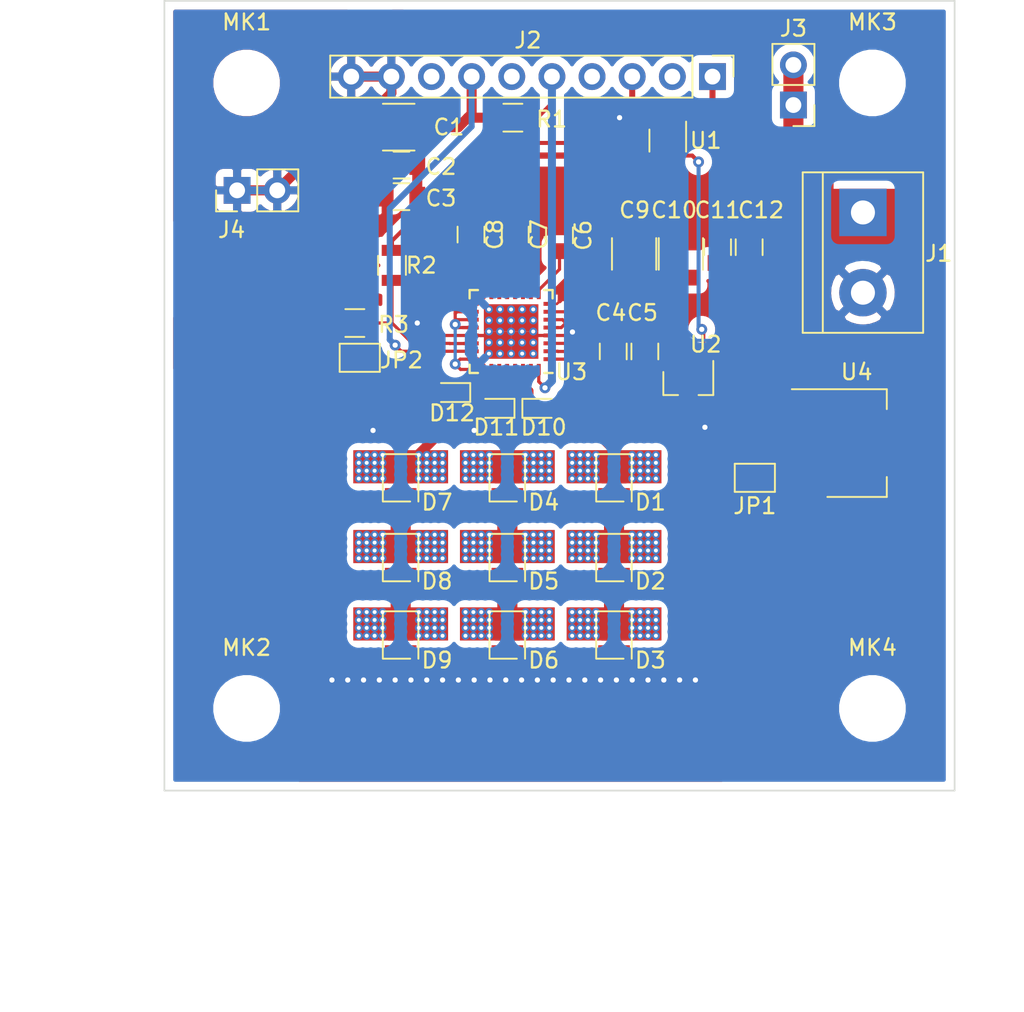
<source format=kicad_pcb>
(kicad_pcb (version 20171130) (host pcbnew "(5.1.4)-1")
  (title_block (title "Enter Title On Page Setting Dialog") (rev 1) (company "Ashton Johnson"))
  (layers (0 F.Cu signal) (31 B.Cu signal) (35 F.Paste user) (37 F.SilkS user) (39 F.Mask user) (44 Edge.Cuts user))
  (net 0 "")
  (net 1 GND)
  (net 2 +5V)
  (net 3 "Net-(C4-Pad1)")
  (net 4 +12V)
  (net 5 "Net-(C6-Pad2)")
  (net 6 "Net-(C7-Pad2)")
  (net 7 "Net-(C8-Pad2)")
  (net 8 "Net-(D1-Pad2)")
  (net 9 "Net-(D1-Pad1)")
  (net 10 "Net-(D2-Pad1)")
  (net 11 "Net-(D4-Pad1)")
  (net 12 "Net-(D5-Pad1)")
  (net 13 "Net-(D7-Pad1)")
  (net 14 "Net-(D8-Pad1)")
  (net 15 /NERROR)
  (net 16 "Net-(U1-Pad4)")
  (net 17 /ENABLE)
  (net 18 /VIO)
  (net 19 "Net-(JP1-Pad1)")
  (net 20 "Net-(JP2-Pad1)")
  (net 21 "Net-(D11-Pad1)")
  (net 22 "Net-(D12-Pad1)")
  (module myFootprints:QFN_32_5x5mm_0.5mm_thermal (layer F.Cu) (at 101.9375 95.9375 180)
    (fp_text reference U3 (at -3.8125 -2.5625 180) (layer F.SilkS))
    (fp_text value iC-HGP)
    (pad 33 smd rect (at -0.8625 -0.8625 180) (size 1.725 1.725) (layers F.Cu F.Paste F.Mask) (net 1 GND))
    (pad 33 smd rect (at -0.8625 0.8625 180) (size 1.725 1.725) (layers F.Cu F.Paste F.Mask) (net 1 GND))
    (pad 33 smd rect (at 0.8625 -0.8625 180) (size 1.725 1.725) (layers F.Cu F.Paste F.Mask) (net 1 GND))
    (pad 33 smd rect (at 0.8625 0.8625 180) (size 1.725 1.725) (layers F.Cu F.Paste F.Mask) (net 1 GND))
    (pad 32 smd rect (at -1.75 -2.4 270) (size 0.7 0.25) (layers F.Cu F.Paste F.Mask) (net 15 /NERROR))
    (pad 31 smd rect (at -1.25 -2.4 270) (size 0.7 0.25) (layers F.Cu F.Paste F.Mask) (net 8 "Net-(D1-Pad2)"))
    (pad 30 smd rect (at -0.75 -2.4 270) (size 0.7 0.25) (layers F.Cu F.Paste F.Mask) (net 8 "Net-(D1-Pad2)"))
    (pad 29 smd rect (at -0.25 -2.4 270) (size 0.7 0.25) (layers F.Cu F.Paste F.Mask) (net 21 "Net-(D11-Pad1)"))
    (pad 28 smd rect (at 0.25 -2.4 270) (size 0.7 0.25) (layers F.Cu F.Paste F.Mask) (net 21 "Net-(D11-Pad1)"))
    (pad 27 smd rect (at 0.75 -2.4 270) (size 0.7 0.25) (layers F.Cu F.Paste F.Mask) (net 22 "Net-(D12-Pad1)"))
    (pad 26 smd rect (at 1.25 -2.4 270) (size 0.7 0.25) (layers F.Cu F.Paste F.Mask) (net 22 "Net-(D12-Pad1)"))
    (pad 25 smd rect (at 1.75 -2.4 270) (size 0.7 0.25) (layers F.Cu F.Paste F.Mask) (net 16 "Net-(U1-Pad4)"))
    (pad 24 smd rect (at 2.4 -1.75 180) (size 0.7 0.25) (layers F.Cu F.Paste F.Mask) (net 16 "Net-(U1-Pad4)"))
    (pad 23 smd rect (at 2.4 -1.25 180) (size 0.7 0.25) (layers F.Cu F.Paste F.Mask) (net 2 +5V))
    (pad 22 smd rect (at 2.4 -0.75 180) (size 0.7 0.25) (layers F.Cu F.Paste F.Mask) (net 20 "Net-(JP2-Pad1)"))
    (pad 21 smd rect (at 2.4 -0.25 180) (size 0.7 0.25) (layers F.Cu F.Paste F.Mask) (net 1 GND))
    (pad 20 smd rect (at 2.4 0.25 180) (size 0.7 0.25) (layers F.Cu F.Paste F.Mask) (net 16 "Net-(U1-Pad4)"))
    (pad 19 smd rect (at 2.4 0.75 180) (size 0.7 0.25) (layers F.Cu F.Paste F.Mask) (net 16 "Net-(U1-Pad4)"))
    (pad 18 smd rect (at 2.4 1.25 180) (size 0.7 0.25) (layers F.Cu F.Paste F.Mask) (net 16 "Net-(U1-Pad4)"))
    (pad 17 smd rect (at 2.4 1.75 180) (size 0.7 0.25) (layers F.Cu F.Paste F.Mask) (net 16 "Net-(U1-Pad4)"))
    (pad 16 smd rect (at 1.75 2.4 270) (size 0.7 0.25) (layers F.Cu F.Paste F.Mask) (net 4 +12V))
    (pad 15 smd rect (at 1.25 2.4 270) (size 0.7 0.25) (layers F.Cu F.Paste F.Mask) (net 7 "Net-(C8-Pad2)"))
    (pad 14 smd rect (at 0.75 2.4 270) (size 0.7 0.25) (layers F.Cu F.Paste F.Mask) (net 4 +12V))
    (pad 13 smd rect (at 0.25 2.4 270) (size 0.7 0.25) (layers F.Cu F.Paste F.Mask) (net 4 +12V))
    (pad 12 smd rect (at -0.25 2.4 270) (size 0.7 0.25) (layers F.Cu F.Paste F.Mask) (net 6 "Net-(C7-Pad2)"))
    (pad 11 smd rect (at -0.75 2.4 270) (size 0.7 0.25) (layers F.Cu F.Paste F.Mask) (net 4 +12V))
    (pad 10 smd rect (at -1.25 2.4 270) (size 0.7 0.25) (layers F.Cu F.Paste F.Mask) (net 4 +12V))
    (pad 9 smd rect (at -1.75 2.4 270) (size 0.7 0.25) (layers F.Cu F.Paste F.Mask) (net 5 "Net-(C6-Pad2)"))
    (pad 8 smd rect (at -2.4 1.75 180) (size 0.7 0.25) (layers F.Cu F.Paste F.Mask) (net 4 +12V))
    (pad 7 smd rect (at -2.4 1.25 180) (size 0.7 0.25) (layers F.Cu F.Paste F.Mask) (net 3 "Net-(C4-Pad1)"))
    (pad 6 smd rect (at -2.4 0.75 180) (size 0.7 0.25) (layers F.Cu F.Paste F.Mask) (net 3 "Net-(C4-Pad1)"))
    (pad 5 smd rect (at -2.4 0.25 180) (size 0.7 0.25) (layers F.Cu F.Paste F.Mask) (net 3 "Net-(C4-Pad1)"))
    (pad 4 smd rect (at -2.4 -0.25 180) (size 0.7 0.25) (layers F.Cu F.Paste F.Mask) (net 1 GND))
    (pad 3 smd rect (at -2.4 -0.75 180) (size 0.7 0.25) (layers F.Cu F.Paste F.Mask) (net 3 "Net-(C4-Pad1)"))
    (pad 2 smd rect (at -2.4 -1.25 180) (size 0.7 0.25) (layers F.Cu F.Paste F.Mask) (net 3 "Net-(C4-Pad1)"))
    (pad 1 smd rect (at -2.4 -1.75 180) (size 0.7 0.25) (layers F.Cu F.Paste F.Mask) (net 3 "Net-(C4-Pad1)"))
    (pad 33 thru_hole circle (at 0 -0.7 180) (size 0.5 0.5) (drill 0.25) (layers *.Cu *.Mask) (net 1 GND))
    (pad 33 thru_hole circle (at 0 0.7 180) (size 0.5 0.5) (drill 0.25) (layers *.Cu *.Mask) (net 1 GND))
    (pad 33 thru_hole circle (at 0 0 180) (size 0.5 0.5) (drill 0.25) (layers *.Cu *.Mask) (net 1 GND))
    (pad 33 thru_hole circle (at 0 1.4 180) (size 0.5 0.5) (drill 0.25) (layers *.Cu *.Mask) (net 1 GND))
    (pad 33 thru_hole circle (at 1.4 -1.4 270) (size 0.5 0.5) (drill 0.25) (layers *.Cu *.Mask) (net 1 GND))
    (pad 33 thru_hole circle (at 0.7 -1.4 270) (size 0.5 0.5) (drill 0.25) (layers *.Cu *.Mask) (net 1 GND))
    (pad 33 thru_hole circle (at -1.4 -1.4 270) (size 0.5 0.5) (drill 0.25) (layers *.Cu *.Mask) (net 1 GND))
    (pad 33 thru_hole circle (at 0 -1.4 270) (size 0.5 0.5) (drill 0.25) (layers *.Cu *.Mask) (net 1 GND))
    (pad 33 thru_hole circle (at -0.7 -1.4 270) (size 0.5 0.5) (drill 0.25) (layers *.Cu *.Mask) (net 1 GND))
    (pad 33 thru_hole circle (at -1.4 -0.7 270) (size 0.5 0.5) (drill 0.25) (layers *.Cu *.Mask) (net 1 GND))
    (pad 33 thru_hole circle (at 0.7 -0.7 270) (size 0.5 0.5) (drill 0.25) (layers *.Cu *.Mask) (net 1 GND))
    (pad 33 thru_hole circle (at 1.4 -0.7 270) (size 0.5 0.5) (drill 0.25) (layers *.Cu *.Mask) (net 1 GND))
    (pad 33 thru_hole circle (at -0.7 -0.7 270) (size 0.5 0.5) (drill 0.25) (layers *.Cu *.Mask) (net 1 GND))
    (pad 33 thru_hole circle (at -1.4 0.7 270) (size 0.5 0.5) (drill 0.25) (layers *.Cu *.Mask) (net 1 GND))
    (pad 33 thru_hole circle (at 0.7 0.7 270) (size 0.5 0.5) (drill 0.25) (layers *.Cu *.Mask) (net 1 GND))
    (pad 33 thru_hole circle (at 1.4 0.7 270) (size 0.5 0.5) (drill 0.25) (layers *.Cu *.Mask) (net 1 GND))
    (pad 33 thru_hole circle (at -0.7 0.7 270) (size 0.5 0.5) (drill 0.25) (layers *.Cu *.Mask) (net 1 GND))
    (pad 33 thru_hole circle (at -0.7 1.4 270) (size 0.5 0.5) (drill 0.25) (layers *.Cu *.Mask) (net 1 GND))
    (pad 33 thru_hole circle (at -1.4 1.4 270) (size 0.5 0.5) (drill 0.25) (layers *.Cu *.Mask) (net 1 GND))
    (pad 33 thru_hole circle (at 0.7 1.4 270) (size 0.5 0.5) (drill 0.25) (layers *.Cu *.Mask) (net 1 GND))
    (pad 33 thru_hole circle (at 1.4 1.4 270) (size 0.5 0.5) (drill 0.25) (layers *.Cu *.Mask) (net 1 GND))
    (pad 33 thru_hole circle (at -1.4 0 270) (size 0.5 0.5) (drill 0.25) (layers *.Cu *.Mask) (net 1 GND))
    (pad 33 thru_hole circle (at 0.7 0 270) (size 0.5 0.5) (drill 0.25) (layers *.Cu *.Mask) (net 1 GND))
    (pad 33 thru_hole circle (at 1.4 0 270) (size 0.5 0.5) (drill 0.25) (layers *.Cu *.Mask) (net 1 GND))
    (pad 33 thru_hole circle (at -0.7 0 270) (size 0.5 0.5) (drill 0.25) (layers *.Cu *.Mask) (net 1 GND))
  )
  (module Capacitors_SMD:C_0805 (layer F.Cu) (at 99.4 89.8 270)
    (fp_text reference C8 (at 0 -1.5 90) (layer F.SilkS))
    (fp_text value 1u)
    (pad 1 smd rect (at -1 0 270) (size 1 1.25) (layers F.Cu F.Paste F.Mask) (net 4 +12V))
    (pad 2 smd rect (at 1 0 270) (size 1 1.25) (layers F.Cu F.Paste F.Mask) (net 7 "Net-(C8-Pad2)"))
  )
  (module Capacitors_SMD:C_0805 (layer F.Cu) (at 102.2 89.8 270)
    (fp_text reference C7 (at 0 -1.5 90) (layer F.SilkS))
    (fp_text value 1u)
    (pad 1 smd rect (at -1 0 270) (size 1 1.25) (layers F.Cu F.Paste F.Mask) (net 4 +12V))
    (pad 2 smd rect (at 1 0 270) (size 1 1.25) (layers F.Cu F.Paste F.Mask) (net 6 "Net-(C7-Pad2)"))
  )
  (module Capacitors_SMD:C_0805 (layer F.Cu) (at 105 89.85 270)
    (fp_text reference C6 (at 0 -1.5 90) (layer F.SilkS))
    (fp_text value 1u)
    (pad 1 smd rect (at -1 0 270) (size 1 1.25) (layers F.Cu F.Paste F.Mask) (net 4 +12V))
    (pad 2 smd rect (at 1 0 270) (size 1 1.25) (layers F.Cu F.Paste F.Mask) (net 5 "Net-(C6-Pad2)"))
  )
  (module Capacitors_SMD:C_1210 (layer F.Cu) (at 112.6 91.025 270)
    (fp_text reference C10 (at -2.775 0.35 180) (layer F.SilkS))
    (fp_text value 10u)
    (pad 1 smd rect (at -1.5 0 270) (size 1 2.5) (layers F.Cu F.Paste F.Mask) (net 4 +12V))
    (pad 2 smd rect (at 1.5 0 270) (size 1 2.5) (layers F.Cu F.Paste F.Mask) (net 1 GND))
  )
  (module Capacitors_SMD:C_1210 (layer F.Cu) (at 109.8 91.025 270)
    (fp_text reference C9 (at -2.775 0.05 180) (layer F.SilkS))
    (fp_text value 100u)
    (pad 1 smd rect (at -1.5 0 270) (size 1 2.5) (layers F.Cu F.Paste F.Mask) (net 4 +12V))
    (pad 2 smd rect (at 1.5 0 270) (size 1 2.5) (layers F.Cu F.Paste F.Mask) (net 1 GND))
  )
  (module Capacitors_SMD:C_1210 (layer F.Cu) (at 94.825 83 180)
    (fp_text reference C1 (at -3.175 0) (layer F.SilkS))
    (fp_text value 10u)
    (pad 1 smd rect (at -1.5 0 180) (size 1 2.5) (layers F.Cu F.Paste F.Mask) (net 2 +5V))
    (pad 2 smd rect (at 1.5 0 180) (size 1 2.5) (layers F.Cu F.Paste F.Mask) (net 1 GND))
  )
  (module Diodes_SMD:D_SOD-523 (layer F.Cu) (at 98.2 99.8 180)
    (fp_text reference D12 (at 0 -1.3) (layer F.SilkS))
    (fp_text value D_Zener)
    (pad 2 smd rect (at 0.7 0) (size 0.6 0.7) (layers F.Cu F.Paste F.Mask) (net 1 GND))
    (pad 1 smd rect (at -0.7 0) (size 0.6 0.7) (layers F.Cu F.Paste F.Mask) (net 22 "Net-(D12-Pad1)"))
  )
  (module Diodes_SMD:D_SOD-523 (layer F.Cu) (at 101 100.8 180)
    (fp_text reference D11 (at 0 -1.2) (layer F.SilkS))
    (fp_text value D_Zener)
    (pad 2 smd rect (at 0.7 0) (size 0.6 0.7) (layers F.Cu F.Paste F.Mask) (net 1 GND))
    (pad 1 smd rect (at -0.7 0) (size 0.6 0.7) (layers F.Cu F.Paste F.Mask) (net 21 "Net-(D11-Pad1)"))
  )
  (module Diodes_SMD:D_SOD-523 (layer F.Cu) (at 103.8 100.8)
    (fp_text reference D10 (at 0.2 1.2) (layer F.SilkS))
    (fp_text value D_Zener)
    (pad 2 smd rect (at 0.7 0 180) (size 0.6 0.7) (layers F.Cu F.Paste F.Mask) (net 1 GND))
    (pad 1 smd rect (at -0.7 0 180) (size 0.6 0.7) (layers F.Cu F.Paste F.Mask) (net 8 "Net-(D1-Pad2)"))
  )
  (module Resistors_SMD:R_0805 (layer F.Cu) (at 102.05 82.4)
    (fp_text reference R1 (at 2.45 0.1) (layer F.SilkS))
    (fp_text value 10k)
    (pad 2 smd rect (at 0.95 0) (size 0.7 1.3) (layers F.Cu F.Paste F.Mask) (net 15 /NERROR))
    (pad 1 smd rect (at -0.95 0) (size 0.7 1.3) (layers F.Cu F.Paste F.Mask) (net 2 +5V))
  )
  (module Mounting_Holes:MountingHole_3.2mm_M3_ISO7380 (layer F.Cu) (at 124.8 119.8)
    (fp_text reference MK4 (at 0 -3.85) (layer F.SilkS))
    (fp_text value Mounting_Hole)
    (pad 1 np_thru_hole circle (at 0 0) (size 3.2 3.2) (drill 3.2) (layers *.Cu *.Mask))
  )
  (module Mounting_Holes:MountingHole_3.2mm_M3_ISO7380 (layer F.Cu) (at 85.2 119.8)
    (fp_text reference MK2 (at 0 -3.85) (layer F.SilkS))
    (fp_text value Mounting_Hole)
    (pad 1 np_thru_hole circle (at 0 0) (size 3.2 3.2) (drill 3.2) (layers *.Cu *.Mask))
  )
  (module Mounting_Holes:MountingHole_3.2mm_M3_ISO7380 (layer F.Cu) (at 124.8 80.2)
    (fp_text reference MK3 (at 0 -3.85) (layer F.SilkS))
    (fp_text value Mounting_Hole)
    (pad 1 np_thru_hole circle (at 0 0) (size 3.2 3.2) (drill 3.2) (layers *.Cu *.Mask))
  )
  (module Mounting_Holes:MountingHole_3.2mm_M3_ISO7380 (layer F.Cu) (at 85.2 80.2)
    (fp_text reference MK1 (at 0 -3.85) (layer F.SilkS))
    (fp_text value Mounting_Hole)
    (pad 1 np_thru_hole circle (at 0 0) (size 3.2 3.2) (drill 3.2) (layers *.Cu *.Mask))
  )
  (module Capacitors_SMD:C_0805 (layer F.Cu) (at 95 85.4 180)
    (fp_text reference C2 (at -2.5 -0.1) (layer F.SilkS))
    (fp_text value 100n)
    (pad 1 smd rect (at -1 0 180) (size 1 1.25) (layers F.Cu F.Paste F.Mask) (net 2 +5V))
    (pad 2 smd rect (at 1 0 180) (size 1 1.25) (layers F.Cu F.Paste F.Mask) (net 1 GND))
  )
  (module Capacitors_SMD:C_0805 (layer F.Cu) (at 95 87.4 180)
    (fp_text reference C3 (at -2.5 -0.1) (layer F.SilkS))
    (fp_text value 10n)
    (pad 2 smd rect (at 1 0 180) (size 1 1.25) (layers F.Cu F.Paste F.Mask) (net 1 GND))
    (pad 1 smd rect (at -1 0 180) (size 1 1.25) (layers F.Cu F.Paste F.Mask) (net 2 +5V))
  )
  (module Capacitors_SMD:C_0805 (layer F.Cu) (at 108.4 97.2 90)
    (fp_text reference C4 (at 2.45 -0.15 180) (layer F.SilkS))
    (fp_text value 1u)
    (pad 2 smd rect (at 1 0 90) (size 1 1.25) (layers F.Cu F.Paste F.Mask) (net 1 GND))
    (pad 1 smd rect (at -1 0 90) (size 1 1.25) (layers F.Cu F.Paste F.Mask) (net 3 "Net-(C4-Pad1)"))
  )
  (module Capacitors_SMD:C_0805 (layer F.Cu) (at 110.4 97.2 90)
    (fp_text reference C5 (at 2.45 -0.15 180) (layer F.SilkS))
    (fp_text value 10n)
    (pad 2 smd rect (at 1 0 90) (size 1 1.25) (layers F.Cu F.Paste F.Mask) (net 1 GND))
    (pad 1 smd rect (at -1 0 90) (size 1 1.25) (layers F.Cu F.Paste F.Mask) (net 3 "Net-(C4-Pad1)"))
  )
  (module Capacitors_SMD:C_0805 (layer F.Cu) (at 115 90.6 270)
    (fp_text reference C11 (at -2.35 0 180) (layer F.SilkS))
    (fp_text value 100n)
    (pad 1 smd rect (at -1 0 270) (size 1 1.25) (layers F.Cu F.Paste F.Mask) (net 4 +12V))
    (pad 2 smd rect (at 1 0 270) (size 1 1.25) (layers F.Cu F.Paste F.Mask) (net 1 GND))
  )
  (module Capacitors_SMD:C_0805 (layer F.Cu) (at 117 90.6 270)
    (fp_text reference C12 (at -2.35 -0.75 180) (layer F.SilkS))
    (fp_text value 10n)
    (pad 2 smd rect (at 1 0 270) (size 1 1.25) (layers F.Cu F.Paste F.Mask) (net 1 GND))
    (pad 1 smd rect (at -1 0 270) (size 1 1.25) (layers F.Cu F.Paste F.Mask) (net 4 +12V))
  )
  (module Resistors_SMD:R_0805 (layer F.Cu) (at 94.4 91.75 270)
    (fp_text reference R2 (at 0 -1.85 180) (layer F.SilkS))
    (fp_text value 7.5k)
    (pad 1 smd rect (at -0.95 0 270) (size 0.7 1.3) (layers F.Cu F.Paste F.Mask) (net 2 +5V))
    (pad 2 smd rect (at 0.95 0 270) (size 0.7 1.3) (layers F.Cu F.Paste F.Mask) (net 20 "Net-(JP2-Pad1)"))
  )
  (module Resistors_SMD:R_0805 (layer F.Cu) (at 92.05 95.4 180)
    (fp_text reference R3 (at -2.45 -0.1) (layer F.SilkS))
    (fp_text value 3.32k)
    (pad 2 smd rect (at 0.95 0 180) (size 0.7 1.3) (layers F.Cu F.Paste F.Mask) (net 1 GND))
    (pad 1 smd rect (at -0.95 0 180) (size 0.7 1.3) (layers F.Cu F.Paste F.Mask) (net 20 "Net-(JP2-Pad1)"))
  )
  (module TO_SOT_Packages_SMD:SOT-353_SC-70-5 (layer F.Cu) (at 111.85 83.85 270)
    (fp_text reference U1 (at 0 -2.4 180) (layer F.SilkS))
    (fp_text value SN74AUP1T34DCK)
    (pad 5 smd rect (at 0.95 -0.65 270) (size 0.65 0.4) (layers F.Cu F.Paste F.Mask) (net 2 +5V))
    (pad 4 smd rect (at 0.95 0.65 270) (size 0.65 0.4) (layers F.Cu F.Paste F.Mask) (net 16 "Net-(U1-Pad4)"))
    (pad 2 smd rect (at -0.95 0 270) (size 0.65 0.4) (layers F.Cu F.Paste F.Mask) (net 17 /ENABLE))
    (pad 3 smd rect (at -0.95 0.65 270) (size 0.65 0.4) (layers F.Cu F.Paste F.Mask) (net 1 GND))
    (pad 1 smd rect (at -0.95 -0.65 270) (size 0.65 0.4) (layers F.Cu F.Paste F.Mask) (net 18 /VIO))
  )
  (module TO_SOT_Packages_SMD:SOT-23 (layer F.Cu) (at 113.15 99.2 270)
    (fp_text reference U2 (at -2.45 -1.1 180) (layer F.SilkS))
    (fp_text value MCP1541-TT)
    (pad 3 smd rect (at 1 0 270) (size 0.9 0.8) (layers F.Cu F.Paste F.Mask) (net 1 GND))
    (pad 2 smd rect (at -1 0.95 270) (size 0.9 0.8) (layers F.Cu F.Paste F.Mask) (net 3 "Net-(C4-Pad1)"))
    (pad 1 smd rect (at -1 -0.95 270) (size 0.9 0.8) (layers F.Cu F.Paste F.Mask) (net 2 +5V))
  )
  (module Connectors_Terminal_Blocks:TerminalBlock_bornier-2_P5.08mm (layer F.Cu) (at 124.2 88.4 270)
    (fp_text reference J1 (at 2.6 -4.8 180) (layer F.SilkS))
    (fp_text value Screw_Terminal_01x02)
    (pad 1 thru_hole rect (at 0 0 270) (size 3 3) (drill 1.52) (layers *.Cu *.Mask) (net 4 +12V))
    (pad 2 thru_hole circle (at 5.08 0 270) (size 3 3) (drill 1.52) (layers *.Cu *.Mask) (net 1 GND))
  )
  (module Pin_Headers:Pin_Header_Straight_1x10_Pitch2.54mm (layer F.Cu) (at 114.68 79.8 270)
    (fp_text reference J2 (at -2.3 11.68 180) (layer F.SilkS))
    (fp_text value Conn_01x10)
    (pad 1 thru_hole rect (at 0 0 270) (size 1.7 1.7) (drill 1) (layers *.Cu *.Mask) (net 18 /VIO))
    (pad 2 thru_hole oval (at 0 2.54 270) (size 1.7 1.7) (drill 1) (layers *.Cu *.Mask))
    (pad 3 thru_hole oval (at 0 5.08 270) (size 1.7 1.7) (drill 1) (layers *.Cu *.Mask) (net 17 /ENABLE))
    (pad 4 thru_hole oval (at 0 7.62 270) (size 1.7 1.7) (drill 1) (layers *.Cu *.Mask))
    (pad 5 thru_hole oval (at 0 10.16 270) (size 1.7 1.7) (drill 1) (layers *.Cu *.Mask) (net 15 /NERROR))
    (pad 6 thru_hole oval (at 0 12.7 270) (size 1.7 1.7) (drill 1) (layers *.Cu *.Mask))
    (pad 7 thru_hole oval (at 0 15.24 270) (size 1.7 1.7) (drill 1) (layers *.Cu *.Mask) (net 2 +5V))
    (pad 8 thru_hole oval (at 0 17.78 270) (size 1.7 1.7) (drill 1) (layers *.Cu *.Mask))
    (pad 9 thru_hole oval (at 0 20.32 270) (size 1.7 1.7) (drill 1) (layers *.Cu *.Mask) (net 1 GND))
    (pad 10 thru_hole oval (at 0 22.86 270) (size 1.7 1.7) (drill 1) (layers *.Cu *.Mask) (net 1 GND))
  )
  (module Pin_Headers:Pin_Header_Straight_1x02_Pitch2.54mm (layer F.Cu) (at 119.8 81.6 180)
    (fp_text reference J3 (at 0 4.85) (layer F.SilkS))
    (fp_text value Conn_01x02)
    (pad 2 thru_hole oval (at 0 2.54 180) (size 1.7 1.7) (drill 1) (layers *.Cu *.Mask) (net 4 +12V))
    (pad 1 thru_hole rect (at 0 0 180) (size 1.7 1.7) (drill 1) (layers *.Cu *.Mask) (net 4 +12V))
  )
  (module Pin_Headers:Pin_Header_Straight_1x02_Pitch2.54mm (layer F.Cu) (at 84.6 87 90)
    (fp_text reference J4 (at -2.5 -0.35 180) (layer F.SilkS))
    (fp_text value Conn_01x02)
    (pad 1 thru_hole rect (at 0 0 90) (size 1.7 1.7) (drill 1) (layers *.Cu *.Mask) (net 1 GND))
    (pad 2 thru_hole oval (at 0 2.54 90) (size 1.7 1.7) (drill 1) (layers *.Cu *.Mask) (net 1 GND))
  )
  (module Connectors:GS2 (layer F.Cu) (at 117.36 105.2 270)
    (fp_text reference JP1 (at 1.78 0) (layer F.SilkS))
    (fp_text value SolderJumper_2_Open)
    (pad 2 smd rect (at 0 0.64 270) (size 1.27 0.97) (layers F.Cu F.Paste F.Mask) (net 2 +5V))
    (pad 1 smd rect (at 0 -0.64 270) (size 1.27 0.97) (layers F.Cu F.Paste F.Mask) (net 19 "Net-(JP1-Pad1)"))
  )
  (module Connectors:GS2 (layer F.Cu) (at 92.36 97.6 270)
    (fp_text reference JP2 (at 0.15 -2.64 180) (layer F.SilkS))
    (fp_text value SolderJumper_2_Open hide)
    (pad 1 smd rect (at 0 -0.64 270) (size 1.27 0.97) (layers F.Cu F.Paste F.Mask) (net 20 "Net-(JP2-Pad1)"))
    (pad 2 smd rect (at 0 0.64 270) (size 1.27 0.97) (layers F.Cu F.Paste F.Mask) (net 1 GND))
  )
  (module TO_SOT_Packages_SMD:SOT-223 (layer F.Cu) (at 123.8 103)
    (fp_text reference U4 (at 0 -4.5) (layer F.SilkS))
    (fp_text value LM2937xT)
    (pad 4 smd rect (at 3.15 0) (size 2 3.8) (layers F.Cu F.Paste F.Mask))
    (pad 2 smd rect (at -3.15 0) (size 2 1.5) (layers F.Cu F.Paste F.Mask) (net 1 GND))
    (pad 3 smd rect (at -3.15 2.3) (size 2 1.5) (layers F.Cu F.Paste F.Mask) (net 19 "Net-(JP1-Pad1)"))
    (pad 1 smd rect (at -3.15 -2.3) (size 2 1.5) (layers F.Cu F.Paste F.Mask) (net 4 +12V))
  )
  (module myFootprints:LuxeonIR2720_singlePad (layer F.Cu) (at 108.45 105.65)
    (fp_text reference D1 (at 2.3 1.1) (layer F.SilkS))
    (fp_text value LED)
    (pad 2 thru_hole circle (at 2.65 -1.9) (size 0.5 0.5) (drill 0.25) (layers *.Cu *.Mask) (net 8 "Net-(D1-Pad2)"))
    (pad 2 thru_hole circle (at 2.15 -1.9) (size 0.5 0.5) (drill 0.25) (layers *.Cu *.Mask) (net 8 "Net-(D1-Pad2)"))
    (pad 2 thru_hole circle (at 1.65 -1.9) (size 0.5 0.5) (drill 0.25) (layers *.Cu *.Mask) (net 8 "Net-(D1-Pad2)"))
    (pad 2 thru_hole circle (at 1.15 -1.9) (size 0.5 0.5) (drill 0.25) (layers *.Cu *.Mask) (net 8 "Net-(D1-Pad2)"))
    (pad 2 thru_hole circle (at 2.65 -1.4) (size 0.5 0.5) (drill 0.25) (layers *.Cu *.Mask) (net 8 "Net-(D1-Pad2)"))
    (pad 2 thru_hole circle (at 2.65 -0.9) (size 0.5 0.5) (drill 0.25) (layers *.Cu *.Mask) (net 8 "Net-(D1-Pad2)"))
    (pad 2 thru_hole circle (at 2.65 -0.4) (size 0.5 0.5) (drill 0.25) (layers *.Cu *.Mask) (net 8 "Net-(D1-Pad2)"))
    (pad 2 thru_hole circle (at -2.65 -1.9) (size 0.5 0.5) (drill 0.25) (layers *.Cu *.Mask) (net 8 "Net-(D1-Pad2)"))
    (pad 2 thru_hole circle (at -2.65 -1.4) (size 0.5 0.5) (drill 0.25) (layers *.Cu *.Mask) (net 8 "Net-(D1-Pad2)"))
    (pad 2 thru_hole circle (at -2.65 -0.9) (size 0.5 0.5) (drill 0.25) (layers *.Cu *.Mask) (net 8 "Net-(D1-Pad2)"))
    (pad 2 thru_hole circle (at -2.65 -0.4) (size 0.5 0.5) (drill 0.25) (layers *.Cu *.Mask) (net 8 "Net-(D1-Pad2)"))
    (pad 2 thru_hole circle (at -2.15 -0.4) (size 0.5 0.5) (drill 0.25) (layers *.Cu *.Mask) (net 8 "Net-(D1-Pad2)"))
    (pad 2 thru_hole circle (at -1.15 -1.9) (size 0.5 0.5) (drill 0.25) (layers *.Cu *.Mask) (net 8 "Net-(D1-Pad2)"))
    (pad 2 thru_hole circle (at -1.65 -0.4) (size 0.5 0.5) (drill 0.25) (layers *.Cu *.Mask) (net 8 "Net-(D1-Pad2)"))
    (pad 2 smd rect (at 0 -0.85) (size 1.6 1.5) (layers F.Cu F.Mask) (net 8 "Net-(D1-Pad2)"))
    (pad 2 smd rect (at 0.45 -0.85) (size 0.65 1.5) (layers F.Cu F.Paste F.Mask) (net 8 "Net-(D1-Pad2)"))
    (pad 2 smd rect (at 0 -1.85) (size 1.6 0.5) (layers F.Cu) (net 8 "Net-(D1-Pad2)"))
    (pad 1 smd rect (at 0 0.7) (size 2 1) (layers F.Cu) (net 9 "Net-(D1-Pad1)"))
    (pad 2 thru_hole circle (at -2.15 -0.9) (size 0.5 0.5) (drill 0.25) (layers *.Cu *.Mask) (net 8 "Net-(D1-Pad2)"))
    (pad 2 thru_hole circle (at -2.15 -1.4) (size 0.5 0.5) (drill 0.25) (layers *.Cu *.Mask) (net 8 "Net-(D1-Pad2)"))
    (pad 2 thru_hole circle (at -2.15 -1.9) (size 0.5 0.5) (drill 0.25) (layers *.Cu *.Mask) (net 8 "Net-(D1-Pad2)"))
    (pad 2 thru_hole circle (at 2.15 -0.4) (size 0.5 0.5) (drill 0.25) (layers *.Cu *.Mask) (net 8 "Net-(D1-Pad2)"))
    (pad 2 thru_hole circle (at 2.15 -0.9) (size 0.5 0.5) (drill 0.25) (layers *.Cu *.Mask) (net 8 "Net-(D1-Pad2)"))
    (pad 2 thru_hole circle (at 2.15 -1.4) (size 0.5 0.5) (drill 0.25) (layers *.Cu *.Mask) (net 8 "Net-(D1-Pad2)"))
    (pad 2 thru_hole circle (at -1.65 -1.9) (size 0.5 0.5) (drill 0.25) (layers *.Cu *.Mask) (net 8 "Net-(D1-Pad2)"))
    (pad 2 thru_hole circle (at -1.65 -0.9) (size 0.5 0.5) (drill 0.25) (layers *.Cu *.Mask) (net 8 "Net-(D1-Pad2)"))
    (pad 2 thru_hole circle (at -1.65 -1.4) (size 0.5 0.5) (drill 0.25) (layers *.Cu *.Mask) (net 8 "Net-(D1-Pad2)"))
    (pad 2 thru_hole circle (at -1.15 -1.4) (size 0.5 0.5) (drill 0.25) (layers *.Cu *.Mask) (net 8 "Net-(D1-Pad2)"))
    (pad 2 thru_hole circle (at -1.15 -0.4) (size 0.5 0.5) (drill 0.25) (layers *.Cu *.Mask) (net 8 "Net-(D1-Pad2)"))
    (pad 2 thru_hole circle (at -1.15 -0.9) (size 0.5 0.5) (drill 0.25) (layers *.Cu *.Mask) (net 8 "Net-(D1-Pad2)"))
    (pad 2 smd rect (at 0 -1.15) (size 6 2.1) (layers F.Cu) (net 8 "Net-(D1-Pad2)"))
    (pad 2 smd rect (at -0.45 -0.85) (size 0.65 1.5) (layers F.Cu F.Paste F.Mask) (net 8 "Net-(D1-Pad2)"))
    (pad 1 smd rect (at 0 0.45) (size 1.2 0.5) (layers F.Cu F.Paste F.Mask) (net 9 "Net-(D1-Pad1)"))
    (pad 2 thru_hole circle (at 1.65 -0.9) (size 0.5 0.5) (drill 0.25) (layers *.Cu *.Mask) (net 8 "Net-(D1-Pad2)"))
    (pad 2 thru_hole circle (at 1.65 -0.4) (size 0.5 0.5) (drill 0.25) (layers *.Cu *.Mask) (net 8 "Net-(D1-Pad2)"))
    (pad 2 thru_hole circle (at 1.65 -1.4) (size 0.5 0.5) (drill 0.25) (layers *.Cu *.Mask) (net 8 "Net-(D1-Pad2)"))
    (pad 2 thru_hole circle (at 1.15 -0.9) (size 0.5 0.5) (drill 0.25) (layers *.Cu *.Mask) (net 8 "Net-(D1-Pad2)"))
    (pad 2 thru_hole circle (at 1.15 -0.4) (size 0.5 0.5) (drill 0.25) (layers *.Cu *.Mask) (net 8 "Net-(D1-Pad2)"))
    (pad 2 thru_hole circle (at 1.15 -1.4) (size 0.5 0.5) (drill 0.25) (layers *.Cu *.Mask) (net 8 "Net-(D1-Pad2)"))
  )
  (module myFootprints:LuxeonIR2720_singlePad (layer F.Cu) (at 108.45 110.7)
    (fp_text reference D2 (at 2.3 1.05) (layer F.SilkS))
    (fp_text value LED)
    (pad 2 thru_hole circle (at 1.15 -1.4) (size 0.5 0.5) (drill 0.25) (layers *.Cu *.Mask) (net 9 "Net-(D1-Pad1)"))
    (pad 2 thru_hole circle (at 1.15 -0.4) (size 0.5 0.5) (drill 0.25) (layers *.Cu *.Mask) (net 9 "Net-(D1-Pad1)"))
    (pad 2 thru_hole circle (at 1.15 -0.9) (size 0.5 0.5) (drill 0.25) (layers *.Cu *.Mask) (net 9 "Net-(D1-Pad1)"))
    (pad 2 thru_hole circle (at 1.65 -1.4) (size 0.5 0.5) (drill 0.25) (layers *.Cu *.Mask) (net 9 "Net-(D1-Pad1)"))
    (pad 2 thru_hole circle (at 1.65 -0.4) (size 0.5 0.5) (drill 0.25) (layers *.Cu *.Mask) (net 9 "Net-(D1-Pad1)"))
    (pad 2 thru_hole circle (at 1.65 -0.9) (size 0.5 0.5) (drill 0.25) (layers *.Cu *.Mask) (net 9 "Net-(D1-Pad1)"))
    (pad 1 smd rect (at 0 0.45) (size 1.2 0.5) (layers F.Cu F.Paste F.Mask) (net 10 "Net-(D2-Pad1)"))
    (pad 2 smd rect (at -0.45 -0.85) (size 0.65 1.5) (layers F.Cu F.Paste F.Mask) (net 9 "Net-(D1-Pad1)"))
    (pad 2 smd rect (at 0 -1.15) (size 6 2.1) (layers F.Cu) (net 9 "Net-(D1-Pad1)"))
    (pad 2 thru_hole circle (at -1.15 -0.9) (size 0.5 0.5) (drill 0.25) (layers *.Cu *.Mask) (net 9 "Net-(D1-Pad1)"))
    (pad 2 thru_hole circle (at -1.15 -0.4) (size 0.5 0.5) (drill 0.25) (layers *.Cu *.Mask) (net 9 "Net-(D1-Pad1)"))
    (pad 2 thru_hole circle (at -1.15 -1.4) (size 0.5 0.5) (drill 0.25) (layers *.Cu *.Mask) (net 9 "Net-(D1-Pad1)"))
    (pad 2 thru_hole circle (at -1.65 -1.4) (size 0.5 0.5) (drill 0.25) (layers *.Cu *.Mask) (net 9 "Net-(D1-Pad1)"))
    (pad 2 thru_hole circle (at -1.65 -0.9) (size 0.5 0.5) (drill 0.25) (layers *.Cu *.Mask) (net 9 "Net-(D1-Pad1)"))
    (pad 2 thru_hole circle (at -1.65 -1.9) (size 0.5 0.5) (drill 0.25) (layers *.Cu *.Mask) (net 9 "Net-(D1-Pad1)"))
    (pad 2 thru_hole circle (at 2.15 -1.4) (size 0.5 0.5) (drill 0.25) (layers *.Cu *.Mask) (net 9 "Net-(D1-Pad1)"))
    (pad 2 thru_hole circle (at 2.15 -0.9) (size 0.5 0.5) (drill 0.25) (layers *.Cu *.Mask) (net 9 "Net-(D1-Pad1)"))
    (pad 2 thru_hole circle (at 2.15 -0.4) (size 0.5 0.5) (drill 0.25) (layers *.Cu *.Mask) (net 9 "Net-(D1-Pad1)"))
    (pad 2 thru_hole circle (at -2.15 -1.9) (size 0.5 0.5) (drill 0.25) (layers *.Cu *.Mask) (net 9 "Net-(D1-Pad1)"))
    (pad 2 thru_hole circle (at -2.15 -1.4) (size 0.5 0.5) (drill 0.25) (layers *.Cu *.Mask) (net 9 "Net-(D1-Pad1)"))
    (pad 2 thru_hole circle (at -2.15 -0.9) (size 0.5 0.5) (drill 0.25) (layers *.Cu *.Mask) (net 9 "Net-(D1-Pad1)"))
    (pad 1 smd rect (at 0 0.7) (size 2 1) (layers F.Cu) (net 10 "Net-(D2-Pad1)"))
    (pad 2 smd rect (at 0 -1.85) (size 1.6 0.5) (layers F.Cu) (net 9 "Net-(D1-Pad1)"))
    (pad 2 smd rect (at 0.45 -0.85) (size 0.65 1.5) (layers F.Cu F.Paste F.Mask) (net 9 "Net-(D1-Pad1)"))
    (pad 2 smd rect (at 0 -0.85) (size 1.6 1.5) (layers F.Cu F.Mask) (net 9 "Net-(D1-Pad1)"))
    (pad 2 thru_hole circle (at -1.65 -0.4) (size 0.5 0.5) (drill 0.25) (layers *.Cu *.Mask) (net 9 "Net-(D1-Pad1)"))
    (pad 2 thru_hole circle (at -1.15 -1.9) (size 0.5 0.5) (drill 0.25) (layers *.Cu *.Mask) (net 9 "Net-(D1-Pad1)"))
    (pad 2 thru_hole circle (at -2.15 -0.4) (size 0.5 0.5) (drill 0.25) (layers *.Cu *.Mask) (net 9 "Net-(D1-Pad1)"))
    (pad 2 thru_hole circle (at -2.65 -0.4) (size 0.5 0.5) (drill 0.25) (layers *.Cu *.Mask) (net 9 "Net-(D1-Pad1)"))
    (pad 2 thru_hole circle (at -2.65 -0.9) (size 0.5 0.5) (drill 0.25) (layers *.Cu *.Mask) (net 9 "Net-(D1-Pad1)"))
    (pad 2 thru_hole circle (at -2.65 -1.4) (size 0.5 0.5) (drill 0.25) (layers *.Cu *.Mask) (net 9 "Net-(D1-Pad1)"))
    (pad 2 thru_hole circle (at -2.65 -1.9) (size 0.5 0.5) (drill 0.25) (layers *.Cu *.Mask) (net 9 "Net-(D1-Pad1)"))
    (pad 2 thru_hole circle (at 2.65 -0.4) (size 0.5 0.5) (drill 0.25) (layers *.Cu *.Mask) (net 9 "Net-(D1-Pad1)"))
    (pad 2 thru_hole circle (at 2.65 -0.9) (size 0.5 0.5) (drill 0.25) (layers *.Cu *.Mask) (net 9 "Net-(D1-Pad1)"))
    (pad 2 thru_hole circle (at 2.65 -1.4) (size 0.5 0.5) (drill 0.25) (layers *.Cu *.Mask) (net 9 "Net-(D1-Pad1)"))
    (pad 2 thru_hole circle (at 1.15 -1.9) (size 0.5 0.5) (drill 0.25) (layers *.Cu *.Mask) (net 9 "Net-(D1-Pad1)"))
    (pad 2 thru_hole circle (at 1.65 -1.9) (size 0.5 0.5) (drill 0.25) (layers *.Cu *.Mask) (net 9 "Net-(D1-Pad1)"))
    (pad 2 thru_hole circle (at 2.15 -1.9) (size 0.5 0.5) (drill 0.25) (layers *.Cu *.Mask) (net 9 "Net-(D1-Pad1)"))
    (pad 2 thru_hole circle (at 2.65 -1.9) (size 0.5 0.5) (drill 0.25) (layers *.Cu *.Mask) (net 9 "Net-(D1-Pad1)"))
  )
  (module myFootprints:LuxeonIR2720_singlePad (layer F.Cu) (at 108.45 115.6)
    (fp_text reference D3 (at 2.3 1.15) (layer F.SilkS))
    (fp_text value LED)
    (pad 2 thru_hole circle (at 1.15 -1.4) (size 0.5 0.5) (drill 0.25) (layers *.Cu *.Mask) (net 10 "Net-(D2-Pad1)"))
    (pad 2 thru_hole circle (at 1.15 -0.4) (size 0.5 0.5) (drill 0.25) (layers *.Cu *.Mask) (net 10 "Net-(D2-Pad1)"))
    (pad 2 thru_hole circle (at 1.15 -0.9) (size 0.5 0.5) (drill 0.25) (layers *.Cu *.Mask) (net 10 "Net-(D2-Pad1)"))
    (pad 2 thru_hole circle (at 1.65 -1.4) (size 0.5 0.5) (drill 0.25) (layers *.Cu *.Mask) (net 10 "Net-(D2-Pad1)"))
    (pad 2 thru_hole circle (at 1.65 -0.4) (size 0.5 0.5) (drill 0.25) (layers *.Cu *.Mask) (net 10 "Net-(D2-Pad1)"))
    (pad 2 thru_hole circle (at 1.65 -0.9) (size 0.5 0.5) (drill 0.25) (layers *.Cu *.Mask) (net 10 "Net-(D2-Pad1)"))
    (pad 1 smd rect (at 0 0.45) (size 1.2 0.5) (layers F.Cu F.Paste F.Mask) (net 1 GND))
    (pad 2 smd rect (at -0.45 -0.85) (size 0.65 1.5) (layers F.Cu F.Paste F.Mask) (net 10 "Net-(D2-Pad1)"))
    (pad 2 smd rect (at 0 -1.15) (size 6 2.1) (layers F.Cu) (net 10 "Net-(D2-Pad1)"))
    (pad 2 thru_hole circle (at -1.15 -0.9) (size 0.5 0.5) (drill 0.25) (layers *.Cu *.Mask) (net 10 "Net-(D2-Pad1)"))
    (pad 2 thru_hole circle (at -1.15 -0.4) (size 0.5 0.5) (drill 0.25) (layers *.Cu *.Mask) (net 10 "Net-(D2-Pad1)"))
    (pad 2 thru_hole circle (at -1.15 -1.4) (size 0.5 0.5) (drill 0.25) (layers *.Cu *.Mask) (net 10 "Net-(D2-Pad1)"))
    (pad 2 thru_hole circle (at -1.65 -1.4) (size 0.5 0.5) (drill 0.25) (layers *.Cu *.Mask) (net 10 "Net-(D2-Pad1)"))
    (pad 2 thru_hole circle (at -1.65 -0.9) (size 0.5 0.5) (drill 0.25) (layers *.Cu *.Mask) (net 10 "Net-(D2-Pad1)"))
    (pad 2 thru_hole circle (at -1.65 -1.9) (size 0.5 0.5) (drill 0.25) (layers *.Cu *.Mask) (net 10 "Net-(D2-Pad1)"))
    (pad 2 thru_hole circle (at 2.15 -1.4) (size 0.5 0.5) (drill 0.25) (layers *.Cu *.Mask) (net 10 "Net-(D2-Pad1)"))
    (pad 2 thru_hole circle (at 2.15 -0.9) (size 0.5 0.5) (drill 0.25) (layers *.Cu *.Mask) (net 10 "Net-(D2-Pad1)"))
    (pad 2 thru_hole circle (at 2.15 -0.4) (size 0.5 0.5) (drill 0.25) (layers *.Cu *.Mask) (net 10 "Net-(D2-Pad1)"))
    (pad 2 thru_hole circle (at -2.15 -1.9) (size 0.5 0.5) (drill 0.25) (layers *.Cu *.Mask) (net 10 "Net-(D2-Pad1)"))
    (pad 2 thru_hole circle (at -2.15 -1.4) (size 0.5 0.5) (drill 0.25) (layers *.Cu *.Mask) (net 10 "Net-(D2-Pad1)"))
    (pad 2 thru_hole circle (at -2.15 -0.9) (size 0.5 0.5) (drill 0.25) (layers *.Cu *.Mask) (net 10 "Net-(D2-Pad1)"))
    (pad 1 smd rect (at 0 0.7) (size 2 1) (layers F.Cu) (net 1 GND))
    (pad 2 smd rect (at 0 -1.85) (size 1.6 0.5) (layers F.Cu) (net 10 "Net-(D2-Pad1)"))
    (pad 2 smd rect (at 0.45 -0.85) (size 0.65 1.5) (layers F.Cu F.Paste F.Mask) (net 10 "Net-(D2-Pad1)"))
    (pad 2 smd rect (at 0 -0.85) (size 1.6 1.5) (layers F.Cu F.Mask) (net 10 "Net-(D2-Pad1)"))
    (pad 2 thru_hole circle (at -1.65 -0.4) (size 0.5 0.5) (drill 0.25) (layers *.Cu *.Mask) (net 10 "Net-(D2-Pad1)"))
    (pad 2 thru_hole circle (at -1.15 -1.9) (size 0.5 0.5) (drill 0.25) (layers *.Cu *.Mask) (net 10 "Net-(D2-Pad1)"))
    (pad 2 thru_hole circle (at -2.15 -0.4) (size 0.5 0.5) (drill 0.25) (layers *.Cu *.Mask) (net 10 "Net-(D2-Pad1)"))
    (pad 2 thru_hole circle (at -2.65 -0.4) (size 0.5 0.5) (drill 0.25) (layers *.Cu *.Mask) (net 10 "Net-(D2-Pad1)"))
    (pad 2 thru_hole circle (at -2.65 -0.9) (size 0.5 0.5) (drill 0.25) (layers *.Cu *.Mask) (net 10 "Net-(D2-Pad1)"))
    (pad 2 thru_hole circle (at -2.65 -1.4) (size 0.5 0.5) (drill 0.25) (layers *.Cu *.Mask) (net 10 "Net-(D2-Pad1)"))
    (pad 2 thru_hole circle (at -2.65 -1.9) (size 0.5 0.5) (drill 0.25) (layers *.Cu *.Mask) (net 10 "Net-(D2-Pad1)"))
    (pad 2 thru_hole circle (at 2.65 -0.4) (size 0.5 0.5) (drill 0.25) (layers *.Cu *.Mask) (net 10 "Net-(D2-Pad1)"))
    (pad 2 thru_hole circle (at 2.65 -0.9) (size 0.5 0.5) (drill 0.25) (layers *.Cu *.Mask) (net 10 "Net-(D2-Pad1)"))
    (pad 2 thru_hole circle (at 2.65 -1.4) (size 0.5 0.5) (drill 0.25) (layers *.Cu *.Mask) (net 10 "Net-(D2-Pad1)"))
    (pad 2 thru_hole circle (at 1.15 -1.9) (size 0.5 0.5) (drill 0.25) (layers *.Cu *.Mask) (net 10 "Net-(D2-Pad1)"))
    (pad 2 thru_hole circle (at 1.65 -1.9) (size 0.5 0.5) (drill 0.25) (layers *.Cu *.Mask) (net 10 "Net-(D2-Pad1)"))
    (pad 2 thru_hole circle (at 2.15 -1.9) (size 0.5 0.5) (drill 0.25) (layers *.Cu *.Mask) (net 10 "Net-(D2-Pad1)"))
    (pad 2 thru_hole circle (at 2.65 -1.9) (size 0.5 0.5) (drill 0.25) (layers *.Cu *.Mask) (net 10 "Net-(D2-Pad1)"))
  )
  (module myFootprints:LuxeonIR2720_singlePad (layer F.Cu) (at 101.7 105.65)
    (fp_text reference D4 (at 2.3 1.1) (layer F.SilkS))
    (fp_text value LED)
    (pad 2 thru_hole circle (at 2.65 -1.9) (size 0.5 0.5) (drill 0.25) (layers *.Cu *.Mask) (net 21 "Net-(D11-Pad1)"))
    (pad 2 thru_hole circle (at 2.15 -1.9) (size 0.5 0.5) (drill 0.25) (layers *.Cu *.Mask) (net 21 "Net-(D11-Pad1)"))
    (pad 2 thru_hole circle (at 1.65 -1.9) (size 0.5 0.5) (drill 0.25) (layers *.Cu *.Mask) (net 21 "Net-(D11-Pad1)"))
    (pad 2 thru_hole circle (at 1.15 -1.9) (size 0.5 0.5) (drill 0.25) (layers *.Cu *.Mask) (net 21 "Net-(D11-Pad1)"))
    (pad 2 thru_hole circle (at 2.65 -1.4) (size 0.5 0.5) (drill 0.25) (layers *.Cu *.Mask) (net 21 "Net-(D11-Pad1)"))
    (pad 2 thru_hole circle (at 2.65 -0.9) (size 0.5 0.5) (drill 0.25) (layers *.Cu *.Mask) (net 21 "Net-(D11-Pad1)"))
    (pad 2 thru_hole circle (at 2.65 -0.4) (size 0.5 0.5) (drill 0.25) (layers *.Cu *.Mask) (net 21 "Net-(D11-Pad1)"))
    (pad 2 thru_hole circle (at -2.65 -1.9) (size 0.5 0.5) (drill 0.25) (layers *.Cu *.Mask) (net 21 "Net-(D11-Pad1)"))
    (pad 2 thru_hole circle (at -2.65 -1.4) (size 0.5 0.5) (drill 0.25) (layers *.Cu *.Mask) (net 21 "Net-(D11-Pad1)"))
    (pad 2 thru_hole circle (at -2.65 -0.9) (size 0.5 0.5) (drill 0.25) (layers *.Cu *.Mask) (net 21 "Net-(D11-Pad1)"))
    (pad 2 thru_hole circle (at -2.65 -0.4) (size 0.5 0.5) (drill 0.25) (layers *.Cu *.Mask) (net 21 "Net-(D11-Pad1)"))
    (pad 2 thru_hole circle (at -2.15 -0.4) (size 0.5 0.5) (drill 0.25) (layers *.Cu *.Mask) (net 21 "Net-(D11-Pad1)"))
    (pad 2 thru_hole circle (at -1.15 -1.9) (size 0.5 0.5) (drill 0.25) (layers *.Cu *.Mask) (net 21 "Net-(D11-Pad1)"))
    (pad 2 thru_hole circle (at -1.65 -0.4) (size 0.5 0.5) (drill 0.25) (layers *.Cu *.Mask) (net 21 "Net-(D11-Pad1)"))
    (pad 2 smd rect (at 0 -0.85) (size 1.6 1.5) (layers F.Cu F.Mask) (net 21 "Net-(D11-Pad1)"))
    (pad 2 smd rect (at 0.45 -0.85) (size 0.65 1.5) (layers F.Cu F.Paste F.Mask) (net 21 "Net-(D11-Pad1)"))
    (pad 2 smd rect (at 0 -1.85) (size 1.6 0.5) (layers F.Cu) (net 21 "Net-(D11-Pad1)"))
    (pad 1 smd rect (at 0 0.7) (size 2 1) (layers F.Cu) (net 11 "Net-(D4-Pad1)"))
    (pad 2 thru_hole circle (at -2.15 -0.9) (size 0.5 0.5) (drill 0.25) (layers *.Cu *.Mask) (net 21 "Net-(D11-Pad1)"))
    (pad 2 thru_hole circle (at -2.15 -1.4) (size 0.5 0.5) (drill 0.25) (layers *.Cu *.Mask) (net 21 "Net-(D11-Pad1)"))
    (pad 2 thru_hole circle (at -2.15 -1.9) (size 0.5 0.5) (drill 0.25) (layers *.Cu *.Mask) (net 21 "Net-(D11-Pad1)"))
    (pad 2 thru_hole circle (at 2.15 -0.4) (size 0.5 0.5) (drill 0.25) (layers *.Cu *.Mask) (net 21 "Net-(D11-Pad1)"))
    (pad 2 thru_hole circle (at 2.15 -0.9) (size 0.5 0.5) (drill 0.25) (layers *.Cu *.Mask) (net 21 "Net-(D11-Pad1)"))
    (pad 2 thru_hole circle (at 2.15 -1.4) (size 0.5 0.5) (drill 0.25) (layers *.Cu *.Mask) (net 21 "Net-(D11-Pad1)"))
    (pad 2 thru_hole circle (at -1.65 -1.9) (size 0.5 0.5) (drill 0.25) (layers *.Cu *.Mask) (net 21 "Net-(D11-Pad1)"))
    (pad 2 thru_hole circle (at -1.65 -0.9) (size 0.5 0.5) (drill 0.25) (layers *.Cu *.Mask) (net 21 "Net-(D11-Pad1)"))
    (pad 2 thru_hole circle (at -1.65 -1.4) (size 0.5 0.5) (drill 0.25) (layers *.Cu *.Mask) (net 21 "Net-(D11-Pad1)"))
    (pad 2 thru_hole circle (at -1.15 -1.4) (size 0.5 0.5) (drill 0.25) (layers *.Cu *.Mask) (net 21 "Net-(D11-Pad1)"))
    (pad 2 thru_hole circle (at -1.15 -0.4) (size 0.5 0.5) (drill 0.25) (layers *.Cu *.Mask) (net 21 "Net-(D11-Pad1)"))
    (pad 2 thru_hole circle (at -1.15 -0.9) (size 0.5 0.5) (drill 0.25) (layers *.Cu *.Mask) (net 21 "Net-(D11-Pad1)"))
    (pad 2 smd rect (at 0 -1.15) (size 6 2.1) (layers F.Cu) (net 21 "Net-(D11-Pad1)"))
    (pad 2 smd rect (at -0.45 -0.85) (size 0.65 1.5) (layers F.Cu F.Paste F.Mask) (net 21 "Net-(D11-Pad1)"))
    (pad 1 smd rect (at 0 0.45) (size 1.2 0.5) (layers F.Cu F.Paste F.Mask) (net 11 "Net-(D4-Pad1)"))
    (pad 2 thru_hole circle (at 1.65 -0.9) (size 0.5 0.5) (drill 0.25) (layers *.Cu *.Mask) (net 21 "Net-(D11-Pad1)"))
    (pad 2 thru_hole circle (at 1.65 -0.4) (size 0.5 0.5) (drill 0.25) (layers *.Cu *.Mask) (net 21 "Net-(D11-Pad1)"))
    (pad 2 thru_hole circle (at 1.65 -1.4) (size 0.5 0.5) (drill 0.25) (layers *.Cu *.Mask) (net 21 "Net-(D11-Pad1)"))
    (pad 2 thru_hole circle (at 1.15 -0.9) (size 0.5 0.5) (drill 0.25) (layers *.Cu *.Mask) (net 21 "Net-(D11-Pad1)"))
    (pad 2 thru_hole circle (at 1.15 -0.4) (size 0.5 0.5) (drill 0.25) (layers *.Cu *.Mask) (net 21 "Net-(D11-Pad1)"))
    (pad 2 thru_hole circle (at 1.15 -1.4) (size 0.5 0.5) (drill 0.25) (layers *.Cu *.Mask) (net 21 "Net-(D11-Pad1)"))
  )
  (module myFootprints:LuxeonIR2720_singlePad (layer F.Cu) (at 101.7 110.7)
    (fp_text reference D5 (at 2.3 1.05) (layer F.SilkS))
    (fp_text value LED)
    (pad 2 thru_hole circle (at 1.15 -1.4) (size 0.5 0.5) (drill 0.25) (layers *.Cu *.Mask) (net 11 "Net-(D4-Pad1)"))
    (pad 2 thru_hole circle (at 1.15 -0.4) (size 0.5 0.5) (drill 0.25) (layers *.Cu *.Mask) (net 11 "Net-(D4-Pad1)"))
    (pad 2 thru_hole circle (at 1.15 -0.9) (size 0.5 0.5) (drill 0.25) (layers *.Cu *.Mask) (net 11 "Net-(D4-Pad1)"))
    (pad 2 thru_hole circle (at 1.65 -1.4) (size 0.5 0.5) (drill 0.25) (layers *.Cu *.Mask) (net 11 "Net-(D4-Pad1)"))
    (pad 2 thru_hole circle (at 1.65 -0.4) (size 0.5 0.5) (drill 0.25) (layers *.Cu *.Mask) (net 11 "Net-(D4-Pad1)"))
    (pad 2 thru_hole circle (at 1.65 -0.9) (size 0.5 0.5) (drill 0.25) (layers *.Cu *.Mask) (net 11 "Net-(D4-Pad1)"))
    (pad 1 smd rect (at 0 0.45) (size 1.2 0.5) (layers F.Cu F.Paste F.Mask) (net 12 "Net-(D5-Pad1)"))
    (pad 2 smd rect (at -0.45 -0.85) (size 0.65 1.5) (layers F.Cu F.Paste F.Mask) (net 11 "Net-(D4-Pad1)"))
    (pad 2 smd rect (at 0 -1.15) (size 6 2.1) (layers F.Cu) (net 11 "Net-(D4-Pad1)"))
    (pad 2 thru_hole circle (at -1.15 -0.9) (size 0.5 0.5) (drill 0.25) (layers *.Cu *.Mask) (net 11 "Net-(D4-Pad1)"))
    (pad 2 thru_hole circle (at -1.15 -0.4) (size 0.5 0.5) (drill 0.25) (layers *.Cu *.Mask) (net 11 "Net-(D4-Pad1)"))
    (pad 2 thru_hole circle (at -1.15 -1.4) (size 0.5 0.5) (drill 0.25) (layers *.Cu *.Mask) (net 11 "Net-(D4-Pad1)"))
    (pad 2 thru_hole circle (at -1.65 -1.4) (size 0.5 0.5) (drill 0.25) (layers *.Cu *.Mask) (net 11 "Net-(D4-Pad1)"))
    (pad 2 thru_hole circle (at -1.65 -0.9) (size 0.5 0.5) (drill 0.25) (layers *.Cu *.Mask) (net 11 "Net-(D4-Pad1)"))
    (pad 2 thru_hole circle (at -1.65 -1.9) (size 0.5 0.5) (drill 0.25) (layers *.Cu *.Mask) (net 11 "Net-(D4-Pad1)"))
    (pad 2 thru_hole circle (at 2.15 -1.4) (size 0.5 0.5) (drill 0.25) (layers *.Cu *.Mask) (net 11 "Net-(D4-Pad1)"))
    (pad 2 thru_hole circle (at 2.15 -0.9) (size 0.5 0.5) (drill 0.25) (layers *.Cu *.Mask) (net 11 "Net-(D4-Pad1)"))
    (pad 2 thru_hole circle (at 2.15 -0.4) (size 0.5 0.5) (drill 0.25) (layers *.Cu *.Mask) (net 11 "Net-(D4-Pad1)"))
    (pad 2 thru_hole circle (at -2.15 -1.9) (size 0.5 0.5) (drill 0.25) (layers *.Cu *.Mask) (net 11 "Net-(D4-Pad1)"))
    (pad 2 thru_hole circle (at -2.15 -1.4) (size 0.5 0.5) (drill 0.25) (layers *.Cu *.Mask) (net 11 "Net-(D4-Pad1)"))
    (pad 2 thru_hole circle (at -2.15 -0.9) (size 0.5 0.5) (drill 0.25) (layers *.Cu *.Mask) (net 11 "Net-(D4-Pad1)"))
    (pad 1 smd rect (at 0 0.7) (size 2 1) (layers F.Cu) (net 12 "Net-(D5-Pad1)"))
    (pad 2 smd rect (at 0 -1.85) (size 1.6 0.5) (layers F.Cu) (net 11 "Net-(D4-Pad1)"))
    (pad 2 smd rect (at 0.45 -0.85) (size 0.65 1.5) (layers F.Cu F.Paste F.Mask) (net 11 "Net-(D4-Pad1)"))
    (pad 2 smd rect (at 0 -0.85) (size 1.6 1.5) (layers F.Cu F.Mask) (net 11 "Net-(D4-Pad1)"))
    (pad 2 thru_hole circle (at -1.65 -0.4) (size 0.5 0.5) (drill 0.25) (layers *.Cu *.Mask) (net 11 "Net-(D4-Pad1)"))
    (pad 2 thru_hole circle (at -1.15 -1.9) (size 0.5 0.5) (drill 0.25) (layers *.Cu *.Mask) (net 11 "Net-(D4-Pad1)"))
    (pad 2 thru_hole circle (at -2.15 -0.4) (size 0.5 0.5) (drill 0.25) (layers *.Cu *.Mask) (net 11 "Net-(D4-Pad1)"))
    (pad 2 thru_hole circle (at -2.65 -0.4) (size 0.5 0.5) (drill 0.25) (layers *.Cu *.Mask) (net 11 "Net-(D4-Pad1)"))
    (pad 2 thru_hole circle (at -2.65 -0.9) (size 0.5 0.5) (drill 0.25) (layers *.Cu *.Mask) (net 11 "Net-(D4-Pad1)"))
    (pad 2 thru_hole circle (at -2.65 -1.4) (size 0.5 0.5) (drill 0.25) (layers *.Cu *.Mask) (net 11 "Net-(D4-Pad1)"))
    (pad 2 thru_hole circle (at -2.65 -1.9) (size 0.5 0.5) (drill 0.25) (layers *.Cu *.Mask) (net 11 "Net-(D4-Pad1)"))
    (pad 2 thru_hole circle (at 2.65 -0.4) (size 0.5 0.5) (drill 0.25) (layers *.Cu *.Mask) (net 11 "Net-(D4-Pad1)"))
    (pad 2 thru_hole circle (at 2.65 -0.9) (size 0.5 0.5) (drill 0.25) (layers *.Cu *.Mask) (net 11 "Net-(D4-Pad1)"))
    (pad 2 thru_hole circle (at 2.65 -1.4) (size 0.5 0.5) (drill 0.25) (layers *.Cu *.Mask) (net 11 "Net-(D4-Pad1)"))
    (pad 2 thru_hole circle (at 1.15 -1.9) (size 0.5 0.5) (drill 0.25) (layers *.Cu *.Mask) (net 11 "Net-(D4-Pad1)"))
    (pad 2 thru_hole circle (at 1.65 -1.9) (size 0.5 0.5) (drill 0.25) (layers *.Cu *.Mask) (net 11 "Net-(D4-Pad1)"))
    (pad 2 thru_hole circle (at 2.15 -1.9) (size 0.5 0.5) (drill 0.25) (layers *.Cu *.Mask) (net 11 "Net-(D4-Pad1)"))
    (pad 2 thru_hole circle (at 2.65 -1.9) (size 0.5 0.5) (drill 0.25) (layers *.Cu *.Mask) (net 11 "Net-(D4-Pad1)"))
  )
  (module myFootprints:LuxeonIR2720_singlePad (layer F.Cu) (at 101.7 115.6)
    (fp_text reference D6 (at 2.3 1.15) (layer F.SilkS))
    (fp_text value LED)
    (pad 2 thru_hole circle (at 1.15 -1.4) (size 0.5 0.5) (drill 0.25) (layers *.Cu *.Mask) (net 12 "Net-(D5-Pad1)"))
    (pad 2 thru_hole circle (at 1.15 -0.4) (size 0.5 0.5) (drill 0.25) (layers *.Cu *.Mask) (net 12 "Net-(D5-Pad1)"))
    (pad 2 thru_hole circle (at 1.15 -0.9) (size 0.5 0.5) (drill 0.25) (layers *.Cu *.Mask) (net 12 "Net-(D5-Pad1)"))
    (pad 2 thru_hole circle (at 1.65 -1.4) (size 0.5 0.5) (drill 0.25) (layers *.Cu *.Mask) (net 12 "Net-(D5-Pad1)"))
    (pad 2 thru_hole circle (at 1.65 -0.4) (size 0.5 0.5) (drill 0.25) (layers *.Cu *.Mask) (net 12 "Net-(D5-Pad1)"))
    (pad 2 thru_hole circle (at 1.65 -0.9) (size 0.5 0.5) (drill 0.25) (layers *.Cu *.Mask) (net 12 "Net-(D5-Pad1)"))
    (pad 1 smd rect (at 0 0.45) (size 1.2 0.5) (layers F.Cu F.Paste F.Mask) (net 1 GND))
    (pad 2 smd rect (at -0.45 -0.85) (size 0.65 1.5) (layers F.Cu F.Paste F.Mask) (net 12 "Net-(D5-Pad1)"))
    (pad 2 smd rect (at 0 -1.15) (size 6 2.1) (layers F.Cu) (net 12 "Net-(D5-Pad1)"))
    (pad 2 thru_hole circle (at -1.15 -0.9) (size 0.5 0.5) (drill 0.25) (layers *.Cu *.Mask) (net 12 "Net-(D5-Pad1)"))
    (pad 2 thru_hole circle (at -1.15 -0.4) (size 0.5 0.5) (drill 0.25) (layers *.Cu *.Mask) (net 12 "Net-(D5-Pad1)"))
    (pad 2 thru_hole circle (at -1.15 -1.4) (size 0.5 0.5) (drill 0.25) (layers *.Cu *.Mask) (net 12 "Net-(D5-Pad1)"))
    (pad 2 thru_hole circle (at -1.65 -1.4) (size 0.5 0.5) (drill 0.25) (layers *.Cu *.Mask) (net 12 "Net-(D5-Pad1)"))
    (pad 2 thru_hole circle (at -1.65 -0.9) (size 0.5 0.5) (drill 0.25) (layers *.Cu *.Mask) (net 12 "Net-(D5-Pad1)"))
    (pad 2 thru_hole circle (at -1.65 -1.9) (size 0.5 0.5) (drill 0.25) (layers *.Cu *.Mask) (net 12 "Net-(D5-Pad1)"))
    (pad 2 thru_hole circle (at 2.15 -1.4) (size 0.5 0.5) (drill 0.25) (layers *.Cu *.Mask) (net 12 "Net-(D5-Pad1)"))
    (pad 2 thru_hole circle (at 2.15 -0.9) (size 0.5 0.5) (drill 0.25) (layers *.Cu *.Mask) (net 12 "Net-(D5-Pad1)"))
    (pad 2 thru_hole circle (at 2.15 -0.4) (size 0.5 0.5) (drill 0.25) (layers *.Cu *.Mask) (net 12 "Net-(D5-Pad1)"))
    (pad 2 thru_hole circle (at -2.15 -1.9) (size 0.5 0.5) (drill 0.25) (layers *.Cu *.Mask) (net 12 "Net-(D5-Pad1)"))
    (pad 2 thru_hole circle (at -2.15 -1.4) (size 0.5 0.5) (drill 0.25) (layers *.Cu *.Mask) (net 12 "Net-(D5-Pad1)"))
    (pad 2 thru_hole circle (at -2.15 -0.9) (size 0.5 0.5) (drill 0.25) (layers *.Cu *.Mask) (net 12 "Net-(D5-Pad1)"))
    (pad 1 smd rect (at 0 0.7) (size 2 1) (layers F.Cu) (net 1 GND))
    (pad 2 smd rect (at 0 -1.85) (size 1.6 0.5) (layers F.Cu) (net 12 "Net-(D5-Pad1)"))
    (pad 2 smd rect (at 0.45 -0.85) (size 0.65 1.5) (layers F.Cu F.Paste F.Mask) (net 12 "Net-(D5-Pad1)"))
    (pad 2 smd rect (at 0 -0.85) (size 1.6 1.5) (layers F.Cu F.Mask) (net 12 "Net-(D5-Pad1)"))
    (pad 2 thru_hole circle (at -1.65 -0.4) (size 0.5 0.5) (drill 0.25) (layers *.Cu *.Mask) (net 12 "Net-(D5-Pad1)"))
    (pad 2 thru_hole circle (at -1.15 -1.9) (size 0.5 0.5) (drill 0.25) (layers *.Cu *.Mask) (net 12 "Net-(D5-Pad1)"))
    (pad 2 thru_hole circle (at -2.15 -0.4) (size 0.5 0.5) (drill 0.25) (layers *.Cu *.Mask) (net 12 "Net-(D5-Pad1)"))
    (pad 2 thru_hole circle (at -2.65 -0.4) (size 0.5 0.5) (drill 0.25) (layers *.Cu *.Mask) (net 12 "Net-(D5-Pad1)"))
    (pad 2 thru_hole circle (at -2.65 -0.9) (size 0.5 0.5) (drill 0.25) (layers *.Cu *.Mask) (net 12 "Net-(D5-Pad1)"))
    (pad 2 thru_hole circle (at -2.65 -1.4) (size 0.5 0.5) (drill 0.25) (layers *.Cu *.Mask) (net 12 "Net-(D5-Pad1)"))
    (pad 2 thru_hole circle (at -2.65 -1.9) (size 0.5 0.5) (drill 0.25) (layers *.Cu *.Mask) (net 12 "Net-(D5-Pad1)"))
    (pad 2 thru_hole circle (at 2.65 -0.4) (size 0.5 0.5) (drill 0.25) (layers *.Cu *.Mask) (net 12 "Net-(D5-Pad1)"))
    (pad 2 thru_hole circle (at 2.65 -0.9) (size 0.5 0.5) (drill 0.25) (layers *.Cu *.Mask) (net 12 "Net-(D5-Pad1)"))
    (pad 2 thru_hole circle (at 2.65 -1.4) (size 0.5 0.5) (drill 0.25) (layers *.Cu *.Mask) (net 12 "Net-(D5-Pad1)"))
    (pad 2 thru_hole circle (at 1.15 -1.9) (size 0.5 0.5) (drill 0.25) (layers *.Cu *.Mask) (net 12 "Net-(D5-Pad1)"))
    (pad 2 thru_hole circle (at 1.65 -1.9) (size 0.5 0.5) (drill 0.25) (layers *.Cu *.Mask) (net 12 "Net-(D5-Pad1)"))
    (pad 2 thru_hole circle (at 2.15 -1.9) (size 0.5 0.5) (drill 0.25) (layers *.Cu *.Mask) (net 12 "Net-(D5-Pad1)"))
    (pad 2 thru_hole circle (at 2.65 -1.9) (size 0.5 0.5) (drill 0.25) (layers *.Cu *.Mask) (net 12 "Net-(D5-Pad1)"))
  )
  (module myFootprints:LuxeonIR2720_singlePad (layer F.Cu) (at 94.95 105.65)
    (fp_text reference D7 (at 2.3 1.1) (layer F.SilkS))
    (fp_text value LED)
    (pad 2 thru_hole circle (at 1.15 -1.4) (size 0.5 0.5) (drill 0.25) (layers *.Cu *.Mask) (net 22 "Net-(D12-Pad1)"))
    (pad 2 thru_hole circle (at 1.15 -0.4) (size 0.5 0.5) (drill 0.25) (layers *.Cu *.Mask) (net 22 "Net-(D12-Pad1)"))
    (pad 2 thru_hole circle (at 1.15 -0.9) (size 0.5 0.5) (drill 0.25) (layers *.Cu *.Mask) (net 22 "Net-(D12-Pad1)"))
    (pad 2 thru_hole circle (at 1.65 -1.4) (size 0.5 0.5) (drill 0.25) (layers *.Cu *.Mask) (net 22 "Net-(D12-Pad1)"))
    (pad 2 thru_hole circle (at 1.65 -0.4) (size 0.5 0.5) (drill 0.25) (layers *.Cu *.Mask) (net 22 "Net-(D12-Pad1)"))
    (pad 2 thru_hole circle (at 1.65 -0.9) (size 0.5 0.5) (drill 0.25) (layers *.Cu *.Mask) (net 22 "Net-(D12-Pad1)"))
    (pad 1 smd rect (at 0 0.45) (size 1.2 0.5) (layers F.Cu F.Paste F.Mask) (net 13 "Net-(D7-Pad1)"))
    (pad 2 smd rect (at -0.45 -0.85) (size 0.65 1.5) (layers F.Cu F.Paste F.Mask) (net 22 "Net-(D12-Pad1)"))
    (pad 2 smd rect (at 0 -1.15) (size 6 2.1) (layers F.Cu) (net 22 "Net-(D12-Pad1)"))
    (pad 2 thru_hole circle (at -1.15 -0.9) (size 0.5 0.5) (drill 0.25) (layers *.Cu *.Mask) (net 22 "Net-(D12-Pad1)"))
    (pad 2 thru_hole circle (at -1.15 -0.4) (size 0.5 0.5) (drill 0.25) (layers *.Cu *.Mask) (net 22 "Net-(D12-Pad1)"))
    (pad 2 thru_hole circle (at -1.15 -1.4) (size 0.5 0.5) (drill 0.25) (layers *.Cu *.Mask) (net 22 "Net-(D12-Pad1)"))
    (pad 2 thru_hole circle (at -1.65 -1.4) (size 0.5 0.5) (drill 0.25) (layers *.Cu *.Mask) (net 22 "Net-(D12-Pad1)"))
    (pad 2 thru_hole circle (at -1.65 -0.9) (size 0.5 0.5) (drill 0.25) (layers *.Cu *.Mask) (net 22 "Net-(D12-Pad1)"))
    (pad 2 thru_hole circle (at -1.65 -1.9) (size 0.5 0.5) (drill 0.25) (layers *.Cu *.Mask) (net 22 "Net-(D12-Pad1)"))
    (pad 2 thru_hole circle (at 2.15 -1.4) (size 0.5 0.5) (drill 0.25) (layers *.Cu *.Mask) (net 22 "Net-(D12-Pad1)"))
    (pad 2 thru_hole circle (at 2.15 -0.9) (size 0.5 0.5) (drill 0.25) (layers *.Cu *.Mask) (net 22 "Net-(D12-Pad1)"))
    (pad 2 thru_hole circle (at 2.15 -0.4) (size 0.5 0.5) (drill 0.25) (layers *.Cu *.Mask) (net 22 "Net-(D12-Pad1)"))
    (pad 2 thru_hole circle (at -2.15 -1.9) (size 0.5 0.5) (drill 0.25) (layers *.Cu *.Mask) (net 22 "Net-(D12-Pad1)"))
    (pad 2 thru_hole circle (at -2.15 -1.4) (size 0.5 0.5) (drill 0.25) (layers *.Cu *.Mask) (net 22 "Net-(D12-Pad1)"))
    (pad 2 thru_hole circle (at -2.15 -0.9) (size 0.5 0.5) (drill 0.25) (layers *.Cu *.Mask) (net 22 "Net-(D12-Pad1)"))
    (pad 1 smd rect (at 0 0.7) (size 2 1) (layers F.Cu) (net 13 "Net-(D7-Pad1)"))
    (pad 2 smd rect (at 0 -1.85) (size 1.6 0.5) (layers F.Cu) (net 22 "Net-(D12-Pad1)"))
    (pad 2 smd rect (at 0.45 -0.85) (size 0.65 1.5) (layers F.Cu F.Paste F.Mask) (net 22 "Net-(D12-Pad1)"))
    (pad 2 smd rect (at 0 -0.85) (size 1.6 1.5) (layers F.Cu F.Mask) (net 22 "Net-(D12-Pad1)"))
    (pad 2 thru_hole circle (at -1.65 -0.4) (size 0.5 0.5) (drill 0.25) (layers *.Cu *.Mask) (net 22 "Net-(D12-Pad1)"))
    (pad 2 thru_hole circle (at -1.15 -1.9) (size 0.5 0.5) (drill 0.25) (layers *.Cu *.Mask) (net 22 "Net-(D12-Pad1)"))
    (pad 2 thru_hole circle (at -2.15 -0.4) (size 0.5 0.5) (drill 0.25) (layers *.Cu *.Mask) (net 22 "Net-(D12-Pad1)"))
    (pad 2 thru_hole circle (at -2.65 -0.4) (size 0.5 0.5) (drill 0.25) (layers *.Cu *.Mask) (net 22 "Net-(D12-Pad1)"))
    (pad 2 thru_hole circle (at -2.65 -0.9) (size 0.5 0.5) (drill 0.25) (layers *.Cu *.Mask) (net 22 "Net-(D12-Pad1)"))
    (pad 2 thru_hole circle (at -2.65 -1.4) (size 0.5 0.5) (drill 0.25) (layers *.Cu *.Mask) (net 22 "Net-(D12-Pad1)"))
    (pad 2 thru_hole circle (at -2.65 -1.9) (size 0.5 0.5) (drill 0.25) (layers *.Cu *.Mask) (net 22 "Net-(D12-Pad1)"))
    (pad 2 thru_hole circle (at 2.65 -0.4) (size 0.5 0.5) (drill 0.25) (layers *.Cu *.Mask) (net 22 "Net-(D12-Pad1)"))
    (pad 2 thru_hole circle (at 2.65 -0.9) (size 0.5 0.5) (drill 0.25) (layers *.Cu *.Mask) (net 22 "Net-(D12-Pad1)"))
    (pad 2 thru_hole circle (at 2.65 -1.4) (size 0.5 0.5) (drill 0.25) (layers *.Cu *.Mask) (net 22 "Net-(D12-Pad1)"))
    (pad 2 thru_hole circle (at 1.15 -1.9) (size 0.5 0.5) (drill 0.25) (layers *.Cu *.Mask) (net 22 "Net-(D12-Pad1)"))
    (pad 2 thru_hole circle (at 1.65 -1.9) (size 0.5 0.5) (drill 0.25) (layers *.Cu *.Mask) (net 22 "Net-(D12-Pad1)"))
    (pad 2 thru_hole circle (at 2.15 -1.9) (size 0.5 0.5) (drill 0.25) (layers *.Cu *.Mask) (net 22 "Net-(D12-Pad1)"))
    (pad 2 thru_hole circle (at 2.65 -1.9) (size 0.5 0.5) (drill 0.25) (layers *.Cu *.Mask) (net 22 "Net-(D12-Pad1)"))
  )
  (module myFootprints:LuxeonIR2720_singlePad (layer F.Cu) (at 94.95 110.7)
    (fp_text reference D8 (at 2.3 1.05) (layer F.SilkS))
    (fp_text value LED)
    (pad 2 thru_hole circle (at 2.65 -1.9) (size 0.5 0.5) (drill 0.25) (layers *.Cu *.Mask) (net 13 "Net-(D7-Pad1)"))
    (pad 2 thru_hole circle (at 2.15 -1.9) (size 0.5 0.5) (drill 0.25) (layers *.Cu *.Mask) (net 13 "Net-(D7-Pad1)"))
    (pad 2 thru_hole circle (at 1.65 -1.9) (size 0.5 0.5) (drill 0.25) (layers *.Cu *.Mask) (net 13 "Net-(D7-Pad1)"))
    (pad 2 thru_hole circle (at 1.15 -1.9) (size 0.5 0.5) (drill 0.25) (layers *.Cu *.Mask) (net 13 "Net-(D7-Pad1)"))
    (pad 2 thru_hole circle (at 2.65 -1.4) (size 0.5 0.5) (drill 0.25) (layers *.Cu *.Mask) (net 13 "Net-(D7-Pad1)"))
    (pad 2 thru_hole circle (at 2.65 -0.9) (size 0.5 0.5) (drill 0.25) (layers *.Cu *.Mask) (net 13 "Net-(D7-Pad1)"))
    (pad 2 thru_hole circle (at 2.65 -0.4) (size 0.5 0.5) (drill 0.25) (layers *.Cu *.Mask) (net 13 "Net-(D7-Pad1)"))
    (pad 2 thru_hole circle (at -2.65 -1.9) (size 0.5 0.5) (drill 0.25) (layers *.Cu *.Mask) (net 13 "Net-(D7-Pad1)"))
    (pad 2 thru_hole circle (at -2.65 -1.4) (size 0.5 0.5) (drill 0.25) (layers *.Cu *.Mask) (net 13 "Net-(D7-Pad1)"))
    (pad 2 thru_hole circle (at -2.65 -0.9) (size 0.5 0.5) (drill 0.25) (layers *.Cu *.Mask) (net 13 "Net-(D7-Pad1)"))
    (pad 2 thru_hole circle (at -2.65 -0.4) (size 0.5 0.5) (drill 0.25) (layers *.Cu *.Mask) (net 13 "Net-(D7-Pad1)"))
    (pad 2 thru_hole circle (at -2.15 -0.4) (size 0.5 0.5) (drill 0.25) (layers *.Cu *.Mask) (net 13 "Net-(D7-Pad1)"))
    (pad 2 thru_hole circle (at -1.15 -1.9) (size 0.5 0.5) (drill 0.25) (layers *.Cu *.Mask) (net 13 "Net-(D7-Pad1)"))
    (pad 2 thru_hole circle (at -1.65 -0.4) (size 0.5 0.5) (drill 0.25) (layers *.Cu *.Mask) (net 13 "Net-(D7-Pad1)"))
    (pad 2 smd rect (at 0 -0.85) (size 1.6 1.5) (layers F.Cu F.Mask) (net 13 "Net-(D7-Pad1)"))
    (pad 2 smd rect (at 0.45 -0.85) (size 0.65 1.5) (layers F.Cu F.Paste F.Mask) (net 13 "Net-(D7-Pad1)"))
    (pad 2 smd rect (at 0 -1.85) (size 1.6 0.5) (layers F.Cu) (net 13 "Net-(D7-Pad1)"))
    (pad 1 smd rect (at 0 0.7) (size 2 1) (layers F.Cu) (net 14 "Net-(D8-Pad1)"))
    (pad 2 thru_hole circle (at -2.15 -0.9) (size 0.5 0.5) (drill 0.25) (layers *.Cu *.Mask) (net 13 "Net-(D7-Pad1)"))
    (pad 2 thru_hole circle (at -2.15 -1.4) (size 0.5 0.5) (drill 0.25) (layers *.Cu *.Mask) (net 13 "Net-(D7-Pad1)"))
    (pad 2 thru_hole circle (at -2.15 -1.9) (size 0.5 0.5) (drill 0.25) (layers *.Cu *.Mask) (net 13 "Net-(D7-Pad1)"))
    (pad 2 thru_hole circle (at 2.15 -0.4) (size 0.5 0.5) (drill 0.25) (layers *.Cu *.Mask) (net 13 "Net-(D7-Pad1)"))
    (pad 2 thru_hole circle (at 2.15 -0.9) (size 0.5 0.5) (drill 0.25) (layers *.Cu *.Mask) (net 13 "Net-(D7-Pad1)"))
    (pad 2 thru_hole circle (at 2.15 -1.4) (size 0.5 0.5) (drill 0.25) (layers *.Cu *.Mask) (net 13 "Net-(D7-Pad1)"))
    (pad 2 thru_hole circle (at -1.65 -1.9) (size 0.5 0.5) (drill 0.25) (layers *.Cu *.Mask) (net 13 "Net-(D7-Pad1)"))
    (pad 2 thru_hole circle (at -1.65 -0.9) (size 0.5 0.5) (drill 0.25) (layers *.Cu *.Mask) (net 13 "Net-(D7-Pad1)"))
    (pad 2 thru_hole circle (at -1.65 -1.4) (size 0.5 0.5) (drill 0.25) (layers *.Cu *.Mask) (net 13 "Net-(D7-Pad1)"))
    (pad 2 thru_hole circle (at -1.15 -1.4) (size 0.5 0.5) (drill 0.25) (layers *.Cu *.Mask) (net 13 "Net-(D7-Pad1)"))
    (pad 2 thru_hole circle (at -1.15 -0.4) (size 0.5 0.5) (drill 0.25) (layers *.Cu *.Mask) (net 13 "Net-(D7-Pad1)"))
    (pad 2 thru_hole circle (at -1.15 -0.9) (size 0.5 0.5) (drill 0.25) (layers *.Cu *.Mask) (net 13 "Net-(D7-Pad1)"))
    (pad 2 smd rect (at 0 -1.15) (size 6 2.1) (layers F.Cu) (net 13 "Net-(D7-Pad1)"))
    (pad 2 smd rect (at -0.45 -0.85) (size 0.65 1.5) (layers F.Cu F.Paste F.Mask) (net 13 "Net-(D7-Pad1)"))
    (pad 1 smd rect (at 0 0.45) (size 1.2 0.5) (layers F.Cu F.Paste F.Mask) (net 14 "Net-(D8-Pad1)"))
    (pad 2 thru_hole circle (at 1.65 -0.9) (size 0.5 0.5) (drill 0.25) (layers *.Cu *.Mask) (net 13 "Net-(D7-Pad1)"))
    (pad 2 thru_hole circle (at 1.65 -0.4) (size 0.5 0.5) (drill 0.25) (layers *.Cu *.Mask) (net 13 "Net-(D7-Pad1)"))
    (pad 2 thru_hole circle (at 1.65 -1.4) (size 0.5 0.5) (drill 0.25) (layers *.Cu *.Mask) (net 13 "Net-(D7-Pad1)"))
    (pad 2 thru_hole circle (at 1.15 -0.9) (size 0.5 0.5) (drill 0.25) (layers *.Cu *.Mask) (net 13 "Net-(D7-Pad1)"))
    (pad 2 thru_hole circle (at 1.15 -0.4) (size 0.5 0.5) (drill 0.25) (layers *.Cu *.Mask) (net 13 "Net-(D7-Pad1)"))
    (pad 2 thru_hole circle (at 1.15 -1.4) (size 0.5 0.5) (drill 0.25) (layers *.Cu *.Mask) (net 13 "Net-(D7-Pad1)"))
  )
  (module myFootprints:LuxeonIR2720_singlePad (layer F.Cu) (at 94.95 115.6)
    (fp_text reference D9 (at 2.3 1.15) (layer F.SilkS))
    (fp_text value LED)
    (pad 2 thru_hole circle (at 2.65 -1.9) (size 0.5 0.5) (drill 0.25) (layers *.Cu *.Mask) (net 14 "Net-(D8-Pad1)"))
    (pad 2 thru_hole circle (at 2.15 -1.9) (size 0.5 0.5) (drill 0.25) (layers *.Cu *.Mask) (net 14 "Net-(D8-Pad1)"))
    (pad 2 thru_hole circle (at 1.65 -1.9) (size 0.5 0.5) (drill 0.25) (layers *.Cu *.Mask) (net 14 "Net-(D8-Pad1)"))
    (pad 2 thru_hole circle (at 1.15 -1.9) (size 0.5 0.5) (drill 0.25) (layers *.Cu *.Mask) (net 14 "Net-(D8-Pad1)"))
    (pad 2 thru_hole circle (at 2.65 -1.4) (size 0.5 0.5) (drill 0.25) (layers *.Cu *.Mask) (net 14 "Net-(D8-Pad1)"))
    (pad 2 thru_hole circle (at 2.65 -0.9) (size 0.5 0.5) (drill 0.25) (layers *.Cu *.Mask) (net 14 "Net-(D8-Pad1)"))
    (pad 2 thru_hole circle (at 2.65 -0.4) (size 0.5 0.5) (drill 0.25) (layers *.Cu *.Mask) (net 14 "Net-(D8-Pad1)"))
    (pad 2 thru_hole circle (at -2.65 -1.9) (size 0.5 0.5) (drill 0.25) (layers *.Cu *.Mask) (net 14 "Net-(D8-Pad1)"))
    (pad 2 thru_hole circle (at -2.65 -1.4) (size 0.5 0.5) (drill 0.25) (layers *.Cu *.Mask) (net 14 "Net-(D8-Pad1)"))
    (pad 2 thru_hole circle (at -2.65 -0.9) (size 0.5 0.5) (drill 0.25) (layers *.Cu *.Mask) (net 14 "Net-(D8-Pad1)"))
    (pad 2 thru_hole circle (at -2.65 -0.4) (size 0.5 0.5) (drill 0.25) (layers *.Cu *.Mask) (net 14 "Net-(D8-Pad1)"))
    (pad 2 thru_hole circle (at -2.15 -0.4) (size 0.5 0.5) (drill 0.25) (layers *.Cu *.Mask) (net 14 "Net-(D8-Pad1)"))
    (pad 2 thru_hole circle (at -1.15 -1.9) (size 0.5 0.5) (drill 0.25) (layers *.Cu *.Mask) (net 14 "Net-(D8-Pad1)"))
    (pad 2 thru_hole circle (at -1.65 -0.4) (size 0.5 0.5) (drill 0.25) (layers *.Cu *.Mask) (net 14 "Net-(D8-Pad1)"))
    (pad 2 smd rect (at 0 -0.85) (size 1.6 1.5) (layers F.Cu F.Mask) (net 14 "Net-(D8-Pad1)"))
    (pad 2 smd rect (at 0.45 -0.85) (size 0.65 1.5) (layers F.Cu F.Paste F.Mask) (net 14 "Net-(D8-Pad1)"))
    (pad 2 smd rect (at 0 -1.85) (size 1.6 0.5) (layers F.Cu) (net 14 "Net-(D8-Pad1)"))
    (pad 1 smd rect (at 0 0.7) (size 2 1) (layers F.Cu) (net 1 GND))
    (pad 2 thru_hole circle (at -2.15 -0.9) (size 0.5 0.5) (drill 0.25) (layers *.Cu *.Mask) (net 14 "Net-(D8-Pad1)"))
    (pad 2 thru_hole circle (at -2.15 -1.4) (size 0.5 0.5) (drill 0.25) (layers *.Cu *.Mask) (net 14 "Net-(D8-Pad1)"))
    (pad 2 thru_hole circle (at -2.15 -1.9) (size 0.5 0.5) (drill 0.25) (layers *.Cu *.Mask) (net 14 "Net-(D8-Pad1)"))
    (pad 2 thru_hole circle (at 2.15 -0.4) (size 0.5 0.5) (drill 0.25) (layers *.Cu *.Mask) (net 14 "Net-(D8-Pad1)"))
    (pad 2 thru_hole circle (at 2.15 -0.9) (size 0.5 0.5) (drill 0.25) (layers *.Cu *.Mask) (net 14 "Net-(D8-Pad1)"))
    (pad 2 thru_hole circle (at 2.15 -1.4) (size 0.5 0.5) (drill 0.25) (layers *.Cu *.Mask) (net 14 "Net-(D8-Pad1)"))
    (pad 2 thru_hole circle (at -1.65 -1.9) (size 0.5 0.5) (drill 0.25) (layers *.Cu *.Mask) (net 14 "Net-(D8-Pad1)"))
    (pad 2 thru_hole circle (at -1.65 -0.9) (size 0.5 0.5) (drill 0.25) (layers *.Cu *.Mask) (net 14 "Net-(D8-Pad1)"))
    (pad 2 thru_hole circle (at -1.65 -1.4) (size 0.5 0.5) (drill 0.25) (layers *.Cu *.Mask) (net 14 "Net-(D8-Pad1)"))
    (pad 2 thru_hole circle (at -1.15 -1.4) (size 0.5 0.5) (drill 0.25) (layers *.Cu *.Mask) (net 14 "Net-(D8-Pad1)"))
    (pad 2 thru_hole circle (at -1.15 -0.4) (size 0.5 0.5) (drill 0.25) (layers *.Cu *.Mask) (net 14 "Net-(D8-Pad1)"))
    (pad 2 thru_hole circle (at -1.15 -0.9) (size 0.5 0.5) (drill 0.25) (layers *.Cu *.Mask) (net 14 "Net-(D8-Pad1)"))
    (pad 2 smd rect (at 0 -1.15) (size 6 2.1) (layers F.Cu) (net 14 "Net-(D8-Pad1)"))
    (pad 2 smd rect (at -0.45 -0.85) (size 0.65 1.5) (layers F.Cu F.Paste F.Mask) (net 14 "Net-(D8-Pad1)"))
    (pad 1 smd rect (at 0 0.45) (size 1.2 0.5) (layers F.Cu F.Paste F.Mask) (net 1 GND))
    (pad 2 thru_hole circle (at 1.65 -0.9) (size 0.5 0.5) (drill 0.25) (layers *.Cu *.Mask) (net 14 "Net-(D8-Pad1)"))
    (pad 2 thru_hole circle (at 1.65 -0.4) (size 0.5 0.5) (drill 0.25) (layers *.Cu *.Mask) (net 14 "Net-(D8-Pad1)"))
    (pad 2 thru_hole circle (at 1.65 -1.4) (size 0.5 0.5) (drill 0.25) (layers *.Cu *.Mask) (net 14 "Net-(D8-Pad1)"))
    (pad 2 thru_hole circle (at 1.15 -0.9) (size 0.5 0.5) (drill 0.25) (layers *.Cu *.Mask) (net 14 "Net-(D8-Pad1)"))
    (pad 2 thru_hole circle (at 1.15 -0.4) (size 0.5 0.5) (drill 0.25) (layers *.Cu *.Mask) (net 14 "Net-(D8-Pad1)"))
    (pad 2 thru_hole circle (at 1.15 -1.4) (size 0.5 0.5) (drill 0.25) (layers *.Cu *.Mask) (net 14 "Net-(D8-Pad1)"))
  )
  (gr_text +5V (at 119 108) (layer F.Cu) (effects (font (size 1 1) (thickness 0.25))))
  (gr_text GND (at 93 76) (layer F.Cu) (effects (font (size 0.5 0.5) (thickness 0.125))))
  (gr_text +5V (at 99 77) (layer F.Cu) (effects (font (size 0.5 0.5) (thickness 0.125))))
  (gr_text NERROR (at 104 77) (layer F.Cu) (effects (font (size 0.5 0.5) (thickness 0.125))))
  (gr_text ENABLE (at 110 77) (layer F.Cu) (effects (font (size 0.5 0.5) (thickness 0.125))))
  (gr_text VIO (at 115 77) (layer F.Cu) (effects (font (size 0.5 0.5) (thickness 0.125))))
  (gr_text GND (at 82 92 90) (layer F.Cu) (effects (font (size 1.5 1.5) (thickness 0.3))))
  (gr_text +12V (at 126 85) (layer F.Cu) (effects (font (size 1.5 1.5) (thickness 0.3))))
  (gr_line (start 130 75) (end 80 75) (layer Edge.Cuts) (width 0.1))
  (gr_line (start 80 125) (end 130 125) (layer Edge.Cuts) (width 0.1))
  (gr_line (start 80 75) (end 80 125) (layer Edge.Cuts) (width 0.1))
  (gr_line (start 130 125) (end 130 75) (layer Edge.Cuts) (width 0.1))
  (segment (start 91.82 79.8) (end 94.36 79.8) (width 0.635) (layer F.Cu) (net 1))
  (segment (start 94.36 79.8) (end 94.36 80.84) (width 0.635) (layer F.Cu) (net 1))
  (segment (start 93.65 81.55) (end 93.65 81.65) (width 0.635) (layer F.Cu) (net 1))
  (segment (start 94.36 80.84) (end 93.65 81.55) (width 0.635) (layer F.Cu) (net 1))
  (segment (start 93.65 83) (end 93.65 81.65) (width 0.635) (layer F.Cu) (net 1))
  (segment (start 91.14 83) (end 87.14 87) (width 0.635) (layer F.Cu) (net 1))
  (segment (start 84.6 87) (end 87.14 87) (width 0.635) (layer F.Cu) (net 1))
  (segment (start 93.65 83) (end 91.8 83) (width 0.635) (layer F.Cu) (net 1))
  (segment (start 91.8 83) (end 91.14 83) (width 0.635) (layer F.Cu) (net 1))
  (segment (start 91.1 93.8) (end 91.1 89.9) (width 0.635) (layer F.Cu) (net 1))
  (segment (start 91.1 89.9) (end 91.8 89.2) (width 0.635) (layer F.Cu) (net 1))
  (segment (start 92 87.4) (end 91.8 87.6) (width 0.508) (layer F.Cu) (net 1))
  (segment (start 94 87.4) (end 92 87.4) (width 0.508) (layer F.Cu) (net 1))
  (segment (start 91.8 89.2) (end 91.8 87.6) (width 0.635) (layer F.Cu) (net 1))
  (segment (start 119.269 103) (end 118 101.731) (width 0.381) (layer F.Cu) (net 1))
  (segment (start 120.65 103) (end 119.269 103) (width 0.381) (layer F.Cu) (net 1))
  (segment (start 118 99.68) (end 124.2 93.48) (width 0.381) (layer F.Cu) (net 1))
  (segment (start 118 101.731) (end 118 99.68) (width 0.381) (layer F.Cu) (net 1))
  (via (at 105.81941 95.968433) (size 0.6858) (drill 0.3302) (layers F.Cu B.Cu) (net 1))
  (segment (start 104.3375 96.1875) (end 105.600343 96.1875) (width 0.2032) (layer F.Cu) (net 1))
  (segment (start 105.600343 96.1875) (end 105.81941 95.968433) (width 0.2032) (layer F.Cu) (net 1))
  (segment (start 108.4 95.319) (end 108.6 95.119) (width 0.381) (layer F.Cu) (net 1))
  (segment (start 108.4 96.2) (end 108.4 95.319) (width 0.381) (layer F.Cu) (net 1))
  (segment (start 108.6 95.119) (end 108.6 94.8) (width 0.381) (layer F.Cu) (net 1))
  (segment (start 108.6 94.8) (end 109.2 94.2) (width 0.381) (layer F.Cu) (net 1))
  (segment (start 109.2 94.2) (end 110 94.2) (width 0.381) (layer F.Cu) (net 1))
  (segment (start 110.4 94.6) (end 110.4 96.2) (width 0.381) (layer F.Cu) (net 1))
  (segment (start 110 94.2) (end 110.4 94.6) (width 0.381) (layer F.Cu) (net 1))
  (segment (start 93.65 85.05) (end 94 85.4) (width 0.635) (layer F.Cu) (net 1))
  (segment (start 93.65 83) (end 93.65 85.05) (width 0.635) (layer F.Cu) (net 1))
  (segment (start 94 85.4) (end 94 87.4) (width 0.635) (layer F.Cu) (net 1))
  (segment (start 110.646216 93.48) (end 108.307843 93.48) (width 0.2032) (layer B.Cu) (net 1))
  (segment (start 108.307843 93.48) (end 106.162309 95.625534) (width 0.2032) (layer B.Cu) (net 1))
  (segment (start 113.664718 96.498502) (end 110.646216 93.48) (width 0.2032) (layer B.Cu) (net 1))
  (segment (start 106.162309 95.625534) (end 105.81941 95.968433) (width 0.2032) (layer B.Cu) (net 1))
  (segment (start 121.181498 96.498502) (end 113.664718 96.498502) (width 0.2032) (layer B.Cu) (net 1))
  (segment (start 124.2 93.48) (end 121.181498 96.498502) (width 0.2032) (layer B.Cu) (net 1))
  (via (at 108.8 82.4) (size 0.6858) (drill 0.3302) (layers F.Cu B.Cu) (net 1))
  (segment (start 111.2 82.9) (end 109.3 82.9) (width 0.254) (layer F.Cu) (net 1))
  (segment (start 109.3 82.9) (end 108.8 82.4) (width 0.254) (layer F.Cu) (net 1))
  (segment (start 108.8 82.4) (end 109.4 83) (width 0.254) (layer B.Cu) (net 1))
  (segment (start 109.4 83) (end 115 83) (width 0.254) (layer B.Cu) (net 1))
  (segment (start 115 83) (end 120.2 88.2) (width 0.254) (layer B.Cu) (net 1))
  (segment (start 120.2 89.48) (end 124.2 93.48) (width 0.254) (layer B.Cu) (net 1))
  (segment (start 120.2 88.2) (end 120.2 89.48) (width 0.254) (layer B.Cu) (net 1))
  (via (at 114.2 102) (size 0.6858) (drill 0.3302) (layers F.Cu B.Cu) (net 1))
  (segment (start 113.15 100.2) (end 113.15 100.95) (width 0.508) (layer F.Cu) (net 1))
  (segment (start 113.15 100.95) (end 114.2 102) (width 0.508) (layer F.Cu) (net 1))
  (segment (start 114.2 102) (end 118.8 97.4) (width 0.508) (layer B.Cu) (net 1))
  (segment (start 120.28 97.4) (end 124.2 93.48) (width 0.508) (layer B.Cu) (net 1))
  (segment (start 118.8 97.4) (end 120.28 97.4) (width 0.508) (layer B.Cu) (net 1))
  (segment (start 100.4625 96.1875) (end 101.075 96.8) (width 0.2032) (layer F.Cu) (net 1))
  (segment (start 103.4125 96.1875) (end 102.8 96.8) (width 0.2032) (layer F.Cu) (net 1))
  (segment (start 104.3375 96.1875) (end 103.4125 96.1875) (width 0.2032) (layer F.Cu) (net 1))
  (segment (start 101.075 95.075) (end 102.8 95.075) (width 0.381) (layer F.Cu) (net 1))
  (segment (start 96.7875 96.1875) (end 96 95.4) (width 0.2032) (layer F.Cu) (net 1))
  (via (at 96 95.4) (size 0.6858) (drill 0.3302) (layers F.Cu B.Cu) (net 1))
  (segment (start 99.5375 96.1875) (end 96.7875 96.1875) (width 0.2032) (layer F.Cu) (net 1))
  (segment (start 96 95.4) (end 96 97.6) (width 0.2032) (layer B.Cu) (net 1))
  (segment (start 96 97.6) (end 95.6 98) (width 0.2032) (layer B.Cu) (net 1))
  (segment (start 95.6 98) (end 91.2 98) (width 0.2032) (layer B.Cu) (net 1))
  (segment (start 84.6 91.4) (end 84.6 87) (width 0.2032) (layer B.Cu) (net 1))
  (segment (start 91.2 98) (end 84.6 91.4) (width 0.2032) (layer B.Cu) (net 1))
  (segment (start 101.0282 96.1875) (end 100.0125 96.1875) (width 0.2032) (layer F.Cu) (net 1))
  (segment (start 101.075 96.1407) (end 101.0282 96.1875) (width 0.2032) (layer F.Cu) (net 1))
  (segment (start 101.075 95.075) (end 101.075 96.1407) (width 0.2032) (layer F.Cu) (net 1))
  (segment (start 99.5375 96.1875) (end 100.0125 96.1875) (width 0.2032) (layer F.Cu) (net 1))
  (segment (start 100.0125 96.1875) (end 100.4625 96.1875) (width 0.2032) (layer F.Cu) (net 1))
  (via (at 98.6 118) (size 0.6858) (drill 0.3302) (layers F.Cu B.Cu) (net 1))
  (segment (start 98.6 118) (end 99.6 118) (width 0.254) (layer B.Cu) (net 1))
  (via (at 99.6 118) (size 0.6858) (drill 0.3302) (layers F.Cu B.Cu) (net 1))
  (segment (start 99.6 118) (end 100.6 118) (width 0.2032) (layer F.Cu) (net 1))
  (via (at 100.6 118) (size 0.6858) (drill 0.3302) (layers F.Cu B.Cu) (net 1))
  (segment (start 100.6 118) (end 101.6 118) (width 0.2032) (layer F.Cu) (net 1))
  (via (at 101.6 118) (size 0.6858) (drill 0.3302) (layers F.Cu B.Cu) (net 1))
  (segment (start 102.6 118) (end 103.6 118) (width 0.254) (layer B.Cu) (net 1))
  (via (at 103.6 118) (size 0.6858) (drill 0.3302) (layers F.Cu B.Cu) (net 1))
  (via (at 102.6 118) (size 0.6858) (drill 0.3302) (layers F.Cu B.Cu) (net 1))
  (via (at 105.6 118) (size 0.6858) (drill 0.3302) (layers F.Cu B.Cu) (net 1))
  (via (at 104.6 118) (size 0.6858) (drill 0.3302) (layers F.Cu B.Cu) (net 1))
  (segment (start 103.6 118) (end 104.6 118) (width 0.2032) (layer F.Cu) (net 1))
  (segment (start 104.6 118) (end 105.6 118) (width 0.2032) (layer F.Cu) (net 1))
  (segment (start 106.6 118) (end 107.6 118) (width 0.254) (layer B.Cu) (net 1))
  (segment (start 110.6 118) (end 111.6 118) (width 0.254) (layer B.Cu) (net 1))
  (segment (start 112.6 118) (end 113.6 118) (width 0.2032) (layer F.Cu) (net 1))
  (segment (start 111.6 118) (end 112.6 118) (width 0.2032) (layer F.Cu) (net 1))
  (via (at 113.6 118) (size 0.6858) (drill 0.3302) (layers F.Cu B.Cu) (net 1))
  (via (at 112.6 118) (size 0.6858) (drill 0.3302) (layers F.Cu B.Cu) (net 1))
  (via (at 107.6 118) (size 0.6858) (drill 0.3302) (layers F.Cu B.Cu) (net 1))
  (via (at 110.6 118) (size 0.6858) (drill 0.3302) (layers F.Cu B.Cu) (net 1))
  (via (at 111.6 118) (size 0.6858) (drill 0.3302) (layers F.Cu B.Cu) (net 1))
  (via (at 106.6 118) (size 0.6858) (drill 0.3302) (layers F.Cu B.Cu) (net 1))
  (via (at 109.6 118) (size 0.6858) (drill 0.3302) (layers F.Cu B.Cu) (net 1))
  (via (at 108.6 118) (size 0.6858) (drill 0.3302) (layers F.Cu B.Cu) (net 1))
  (segment (start 107.6 118) (end 108.6 118) (width 0.2032) (layer F.Cu) (net 1))
  (segment (start 108.6 118) (end 109.6 118) (width 0.2032) (layer F.Cu) (net 1))
  (segment (start 95.6 118) (end 96.6 118) (width 0.2032) (layer F.Cu) (net 1))
  (segment (start 91.6 118) (end 92.6 118) (width 0.2032) (layer F.Cu) (net 1))
  (segment (start 90.6 118) (end 91.6 118) (width 0.254) (layer B.Cu) (net 1))
  (segment (start 94.6 118) (end 95.6 118) (width 0.254) (layer B.Cu) (net 1))
  (segment (start 96.6 118) (end 97.6 118) (width 0.2032) (layer F.Cu) (net 1))
  (segment (start 92.6 118) (end 93.6 118) (width 0.2032) (layer F.Cu) (net 1))
  (via (at 97.6 118) (size 0.6858) (drill 0.3302) (layers F.Cu B.Cu) (net 1))
  (via (at 95.6 118) (size 0.6858) (drill 0.3302) (layers F.Cu B.Cu) (net 1))
  (via (at 92.6 118) (size 0.6858) (drill 0.3302) (layers F.Cu B.Cu) (net 1))
  (via (at 93.6 118) (size 0.6858) (drill 0.3302) (layers F.Cu B.Cu) (net 1))
  (via (at 94.6 118) (size 0.6858) (drill 0.3302) (layers F.Cu B.Cu) (net 1))
  (via (at 96.6 118) (size 0.6858) (drill 0.3302) (layers F.Cu B.Cu) (net 1))
  (via (at 91.6 118) (size 0.6858) (drill 0.3302) (layers F.Cu B.Cu) (net 1))
  (via (at 90.6 118) (size 0.6858) (drill 0.3302) (layers F.Cu B.Cu) (net 1))
  (segment (start 104.5 100.8) (end 108 100.8) (width 0.381) (layer F.Cu) (net 1))
  (segment (start 108 100.8) (end 109.2 102) (width 0.381) (layer F.Cu) (net 1))
  (segment (start 109.2 102) (end 114.2 102) (width 0.381) (layer F.Cu) (net 1))
  (via (at 99.6 102.2) (size 0.6858) (drill 0.3302) (layers F.Cu B.Cu) (net 1))
  (segment (start 100.3 100.8) (end 100.3 101.5) (width 0.381) (layer F.Cu) (net 1))
  (segment (start 100.3 101.5) (end 99.6 102.2) (width 0.381) (layer F.Cu) (net 1))
  (via (at 93.2 102.2) (size 0.6858) (drill 0.3302) (layers F.Cu B.Cu) (net 1))
  (segment (start 99.6 102.2) (end 93.2 102.2) (width 0.381) (layer B.Cu) (net 1))
  (segment (start 96.819 99.8) (end 97.5 99.8) (width 0.381) (layer F.Cu) (net 1))
  (segment (start 95.115067 99.8) (end 96.819 99.8) (width 0.381) (layer F.Cu) (net 1))
  (segment (start 93.2 101.715067) (end 95.115067 99.8) (width 0.381) (layer F.Cu) (net 1))
  (segment (start 93.2 102.2) (end 93.2 101.715067) (width 0.381) (layer F.Cu) (net 1))
  (segment (start 101.704 82.4) (end 101.1 82.4) (width 0.254) (layer F.Cu) (net 2))
  (segment (start 112.5 84.8) (end 112.5 84.221) (width 0.254) (layer F.Cu) (net 2))
  (segment (start 112.5 84.221) (end 112.279 84) (width 0.254) (layer F.Cu) (net 2))
  (segment (start 102.4 84) (end 101.8 83.4) (width 0.254) (layer F.Cu) (net 2))
  (segment (start 101.8 83.4) (end 101.8 82.496) (width 0.254) (layer F.Cu) (net 2))
  (segment (start 112.279 84) (end 102.4 84) (width 0.254) (layer F.Cu) (net 2))
  (segment (start 101.8 82.496) (end 101.704 82.4) (width 0.254) (layer F.Cu) (net 2))
  (segment (start 114.881 98.2) (end 114.1 98.2) (width 0.381) (layer F.Cu) (net 2))
  (segment (start 116.72 100.039) (end 114.881 98.2) (width 0.381) (layer F.Cu) (net 2))
  (segment (start 116.72 105.2) (end 116.72 100.039) (width 0.381) (layer F.Cu) (net 2))
  (segment (start 99.44 79.8) (end 99.44 82.16) (width 0.635) (layer F.Cu) (net 2))
  (segment (start 98.6 83) (end 96 83) (width 0.635) (layer F.Cu) (net 2))
  (segment (start 101.1 82.4) (end 99.2 82.4) (width 0.635) (layer F.Cu) (net 2))
  (segment (start 99.44 82.16) (end 99.2 82.4) (width 0.635) (layer F.Cu) (net 2))
  (segment (start 99.2 82.4) (end 98.6 83) (width 0.635) (layer F.Cu) (net 2))
  (segment (start 96 83) (end 96 85.4) (width 0.635) (layer F.Cu) (net 2))
  (segment (start 96 85.4) (end 96 87.4) (width 0.635) (layer F.Cu) (net 2))
  (segment (start 96 88.596) (end 96 87.4) (width 0.254) (layer F.Cu) (net 2))
  (segment (start 94.4 90.8) (end 94.4 90.196) (width 0.254) (layer F.Cu) (net 2))
  (segment (start 94.4 90.196) (end 96 88.596) (width 0.254) (layer F.Cu) (net 2))
  (via (at 113.8 85.2) (size 0.6858) (drill 0.3302) (layers F.Cu B.Cu) (net 2))
  (segment (start 112.5 84.8) (end 113.4 84.8) (width 0.254) (layer F.Cu) (net 2))
  (segment (start 113.4 84.8) (end 113.8 85.2) (width 0.254) (layer F.Cu) (net 2))
  (segment (start 113.8 95.6) (end 114 95.8) (width 0.254) (layer B.Cu) (net 2))
  (segment (start 113.8 85.2) (end 113.8 95.6) (width 0.254) (layer B.Cu) (net 2))
  (via (at 114 95.8) (size 0.6858) (drill 0.3302) (layers F.Cu B.Cu) (net 2))
  (segment (start 114.1 95.9) (end 114 95.8) (width 0.254) (layer F.Cu) (net 2))
  (segment (start 114.1 98.2) (end 114.1 95.9) (width 0.254) (layer F.Cu) (net 2))
  (via (at 94.6 96.8) (size 0.6858) (drill 0.3302) (layers F.Cu B.Cu) (net 2))
  (segment (start 99.5375 97.1875) (end 94.9875 97.1875) (width 0.2032) (layer F.Cu) (net 2))
  (segment (start 94.9875 97.1875) (end 94.6 96.8) (width 0.2032) (layer F.Cu) (net 2))
  (segment (start 94.257101 96.457101) (end 94.6 96.8) (width 0.381) (layer B.Cu) (net 2))
  (segment (start 94.257101 88.142899) (end 94.257101 96.457101) (width 0.381) (layer B.Cu) (net 2))
  (segment (start 99.44 82.96) (end 94.257101 88.142899) (width 0.381) (layer B.Cu) (net 2))
  (segment (start 99.44 79.8) (end 99.44 82.96) (width 0.381) (layer B.Cu) (net 2))
  (segment (start 108.4 98.2) (end 110.4 98.2) (width 0.381) (layer F.Cu) (net 3))
  (segment (start 112.2 98.2) (end 110.4 98.2) (width 0.381) (layer F.Cu) (net 3))
  (segment (start 104.3375 95.6875) (end 104.8907 95.6875) (width 0.2032) (layer F.Cu) (net 3))
  (segment (start 104.8907 95.6875) (end 105.1125 95.6875) (width 0.2032) (layer F.Cu) (net 3))
  (segment (start 105.1875 95.1875) (end 105.4 95.4) (width 0.2032) (layer F.Cu) (net 3))
  (segment (start 104.3375 95.1875) (end 105.1875 95.1875) (width 0.2032) (layer F.Cu) (net 3))
  (segment (start 105.1125 95.6875) (end 105.4 95.4) (width 0.2032) (layer F.Cu) (net 3))
  (segment (start 105.4 95.4) (end 105.842379 94.957621) (width 0.2032) (layer F.Cu) (net 3))
  (segment (start 105.572259 94.6875) (end 104.3375 94.6875) (width 0.2032) (layer F.Cu) (net 3))
  (segment (start 106.517911 95.633152) (end 105.572259 94.6875) (width 0.2032) (layer F.Cu) (net 3))
  (segment (start 106.4875 96.6875) (end 106.517911 96.717911) (width 0.2032) (layer F.Cu) (net 3))
  (segment (start 104.3375 96.6875) (end 106.4875 96.6875) (width 0.2032) (layer F.Cu) (net 3))
  (segment (start 106.517911 96.717911) (end 106.517911 95.633152) (width 0.2032) (layer F.Cu) (net 3))
  (segment (start 107.4 98.2) (end 108.4 98.2) (width 0.2032) (layer F.Cu) (net 3))
  (segment (start 106.8 98.2) (end 107.4 98.2) (width 0.2032) (layer F.Cu) (net 3))
  (segment (start 106.517911 97.917911) (end 106.8 98.2) (width 0.2032) (layer F.Cu) (net 3))
  (segment (start 106.4875 97.6875) (end 106.517911 97.717911) (width 0.2032) (layer F.Cu) (net 3))
  (segment (start 104.3375 97.6875) (end 106.4875 97.6875) (width 0.2032) (layer F.Cu) (net 3))
  (segment (start 106.517911 97.717911) (end 106.517911 97.917911) (width 0.2032) (layer F.Cu) (net 3))
  (segment (start 104.8907 97.1875) (end 104.9032 97.2) (width 0.2032) (layer F.Cu) (net 3))
  (segment (start 104.3375 97.1875) (end 104.8907 97.1875) (width 0.2032) (layer F.Cu) (net 3))
  (segment (start 106.4 97.2) (end 106.517911 97.082089) (width 0.2032) (layer F.Cu) (net 3))
  (segment (start 104.9032 97.2) (end 106.4 97.2) (width 0.2032) (layer F.Cu) (net 3))
  (segment (start 106.517911 96.717911) (end 106.517911 97.082089) (width 0.2032) (layer F.Cu) (net 3))
  (segment (start 106.517911 97.082089) (end 106.517911 97.717911) (width 0.2032) (layer F.Cu) (net 3))
  (segment (start 120.65 99.15) (end 120.65 100.7) (width 0.508) (layer F.Cu) (net 4))
  (segment (start 127.8 88.4) (end 128.4 89) (width 0.508) (layer F.Cu) (net 4))
  (segment (start 124.2 88.4) (end 127.8 88.4) (width 0.508) (layer F.Cu) (net 4))
  (segment (start 128.4 94.6) (end 125.6 97.4) (width 0.508) (layer F.Cu) (net 4))
  (segment (start 128.4 89) (end 128.4 94.6) (width 0.508) (layer F.Cu) (net 4))
  (segment (start 125.6 97.4) (end 122.4 97.4) (width 0.508) (layer F.Cu) (net 4))
  (segment (start 122.4 97.4) (end 120.65 99.15) (width 0.508) (layer F.Cu) (net 4))
  (segment (start 106.8 90.4) (end 106.8 89.4) (width 0.2032) (layer F.Cu) (net 4))
  (segment (start 106.5 89.1) (end 105 89.1) (width 0.2032) (layer F.Cu) (net 4))
  (segment (start 106.8 89.4) (end 106.5 89.1) (width 0.2032) (layer F.Cu) (net 4))
  (segment (start 107.75 89.85) (end 109.8 89.85) (width 0.381) (layer F.Cu) (net 4))
  (segment (start 106.725 90.475) (end 106.8 90.4) (width 0.2032) (layer F.Cu) (net 4))
  (segment (start 104.3375 94.1875) (end 104.8399 94.1875) (width 0.1524) (layer F.Cu) (net 4))
  (segment (start 105.2637 93.7637) (end 105.2637 93.7363) (width 0.508) (layer F.Cu) (net 4))
  (segment (start 105.2637 93.7363) (end 106.5 92.5) (width 0.508) (layer F.Cu) (net 4))
  (segment (start 106.5 92.5) (end 106.5 90.75) (width 0.508) (layer F.Cu) (net 4))
  (segment (start 107.725 89.525) (end 109.8 89.525) (width 0.508) (layer F.Cu) (net 4))
  (segment (start 106.5 90.75) (end 107.725 89.525) (width 0.508) (layer F.Cu) (net 4))
  (segment (start 100.1875 93.5375) (end 99.8593 93.5375) (width 0.2032) (layer F.Cu) (net 4))
  (segment (start 99.6375 93.5375) (end 99.8593 93.5375) (width 0.254) (layer F.Cu) (net 4))
  (segment (start 100.1875 93.5375) (end 100.1875 93.4875) (width 0.2032) (layer F.Cu) (net 4))
  (segment (start 100.1875 93.4875) (end 100 93.3) (width 0.2032) (layer F.Cu) (net 4))
  (segment (start 101.1875 92.1875) (end 100.7 91.7) (width 0.2032) (layer F.Cu) (net 4))
  (segment (start 100.7 91.7) (end 100.7 89.7) (width 0.2032) (layer F.Cu) (net 4))
  (segment (start 102.075 88.8) (end 102.2 88.8) (width 0.2032) (layer F.Cu) (net 4))
  (segment (start 101.175 89.7) (end 102.075 88.8) (width 0.2032) (layer F.Cu) (net 4))
  (segment (start 100.7 89.7) (end 101.175 89.7) (width 0.2032) (layer F.Cu) (net 4))
  (segment (start 101.6875 92.4875) (end 100.9 91.7) (width 0.2032) (layer F.Cu) (net 4))
  (segment (start 99.525 88.8) (end 99.4 88.8) (width 0.2032) (layer F.Cu) (net 4))
  (segment (start 100.9 90.175) (end 99.525 88.8) (width 0.2032) (layer F.Cu) (net 4))
  (segment (start 100.9 91.7) (end 100.9 90.175) (width 0.2032) (layer F.Cu) (net 4))
  (segment (start 102.6875 93.5375) (end 102.6875 92.9843) (width 0.2032) (layer F.Cu) (net 4))
  (segment (start 103.2 92.4718) (end 103.2 92) (width 0.2032) (layer F.Cu) (net 4))
  (segment (start 103.2 92) (end 103.6 91.6) (width 0.2032) (layer F.Cu) (net 4))
  (segment (start 102.325 88.8) (end 102.2 88.8) (width 0.2032) (layer F.Cu) (net 4))
  (segment (start 103.6 90.075) (end 102.325 88.8) (width 0.2032) (layer F.Cu) (net 4))
  (segment (start 103.6 91.6) (end 103.6 90.075) (width 0.2032) (layer F.Cu) (net 4))
  (segment (start 103.1875 92.9843) (end 103.6 92.5718) (width 0.2032) (layer F.Cu) (net 4))
  (segment (start 103.1875 93.5375) (end 103.1875 92.9843) (width 0.2032) (layer F.Cu) (net 4))
  (segment (start 103.6 92.5718) (end 103.6 89.8) (width 0.2032) (layer F.Cu) (net 4))
  (segment (start 104.875 88.85) (end 105 88.85) (width 0.2032) (layer F.Cu) (net 4))
  (segment (start 103.925 89.8) (end 104.875 88.85) (width 0.2032) (layer F.Cu) (net 4))
  (segment (start 103.6 89.8) (end 103.925 89.8) (width 0.2032) (layer F.Cu) (net 4))
  (segment (start 101.1875 92.9875) (end 101.1875 92.1875) (width 0.254) (layer F.Cu) (net 4))
  (segment (start 101.1875 93.5375) (end 101.1875 92.9875) (width 0.2032) (layer F.Cu) (net 4))
  (segment (start 101.6875 93.0125) (end 101.6875 92.4875) (width 0.254) (layer F.Cu) (net 4))
  (segment (start 101.6875 93.5375) (end 101.6875 93.0125) (width 0.2032) (layer F.Cu) (net 4))
  (segment (start 101.6625 92.9875) (end 101.6875 93.0125) (width 0.254) (layer F.Cu) (net 4))
  (segment (start 101.1875 92.9875) (end 101.6625 92.9875) (width 0.254) (layer F.Cu) (net 4))
  (segment (start 102.6875 92.9843) (end 103.1875 92.9843) (width 0.254) (layer F.Cu) (net 4))
  (segment (start 102.6875 92.9843) (end 103.2 92.4718) (width 0.254) (layer F.Cu) (net 4))
  (segment (start 104.8399 94.1875) (end 105.0137 94.0137) (width 0.1524) (layer F.Cu) (net 4))
  (segment (start 105.0137 93.5137) (end 105.0137 94.0137) (width 0.254) (layer F.Cu) (net 4))
  (segment (start 105.0137 93.9863) (end 105.2637 93.7363) (width 0.254) (layer F.Cu) (net 4))
  (segment (start 105.0137 94.0137) (end 105.0137 93.9863) (width 0.254) (layer F.Cu) (net 4))
  (segment (start 105.0137 94.0137) (end 105.2637 93.7637) (width 0.254) (layer F.Cu) (net 4))
  (segment (start 98 89.067) (end 98 91.9) (width 0.508) (layer F.Cu) (net 4))
  (segment (start 98.267 88.8) (end 98 89.067) (width 0.508) (layer F.Cu) (net 4))
  (segment (start 99.4 88.8) (end 98.267 88.8) (width 0.508) (layer F.Cu) (net 4))
  (segment (start 98 91.9) (end 99.05 92.95) (width 0.508) (layer F.Cu) (net 4))
  (segment (start 99.05 92.95) (end 99.6375 93.5375) (width 0.254) (layer F.Cu) (net 4))
  (segment (start 119.8 81.6) (end 119.8 86.8) (width 1.27) (layer F.Cu) (net 4))
  (segment (start 121.4 88.4) (end 124.2 88.4) (width 1.27) (layer F.Cu) (net 4))
  (segment (start 119.8 86.8) (end 121.4 88.4) (width 1.27) (layer F.Cu) (net 4))
  (segment (start 119.8 81.6) (end 119.8 79.06) (width 1.27) (layer F.Cu) (net 4))
  (segment (start 103.6875 93.3125) (end 105 92) (width 0.2032) (layer F.Cu) (net 5))
  (segment (start 105 91.2032) (end 105 90.6) (width 0.2032) (layer F.Cu) (net 5))
  (segment (start 103.6875 93.5375) (end 103.6875 93.3125) (width 0.2032) (layer F.Cu) (net 5))
  (segment (start 105 92) (end 105 91.2032) (width 0.2032) (layer F.Cu) (net 5))
  (segment (start 102.1875 92.87462) (end 102.20961 92.85251) (width 0.2032) (layer F.Cu) (net 6))
  (segment (start 102.20961 90.80961) (end 102.2 90.8) (width 0.2032) (layer F.Cu) (net 6))
  (segment (start 102.1875 93.5375) (end 102.1875 92.87462) (width 0.2032) (layer F.Cu) (net 6))
  (segment (start 102.20961 92.85251) (end 102.20961 90.80961) (width 0.2032) (layer F.Cu) (net 6))
  (segment (start 99.4 91.1532) (end 99.4 90.55) (width 0.2032) (layer F.Cu) (net 7))
  (segment (start 99.4 91.5032) (end 99.4 90.8) (width 0.2032) (layer F.Cu) (net 7))
  (segment (start 99.4 91.6968) (end 99.4 91.5032) (width 0.2032) (layer F.Cu) (net 7))
  (segment (start 100.6875 92.9843) (end 99.4 91.6968) (width 0.2032) (layer F.Cu) (net 7))
  (segment (start 100.6875 93.5375) (end 100.6875 92.9843) (width 0.2032) (layer F.Cu) (net 7))
  (segment (start 100.600981 92.899019) (end 100.55249 92.850528) (width 0.254) (layer F.Cu) (net 7))
  (segment (start 99.4 90.8) (end 99.4 91.698038) (width 0.254) (layer F.Cu) (net 7))
  (segment (start 99.4 91.698038) (end 100.600981 92.899019) (width 0.254) (layer F.Cu) (net 7))
  (segment (start 102.6875 99.2875) (end 103.1 99.7) (width 0.1524) (layer F.Cu) (net 8))
  (segment (start 103.1 99.7) (end 102.744103 99.344103) (width 0.508) (layer F.Cu) (net 8))
  (segment (start 103.1 99.7) (end 103.1 100.8) (width 0.508) (layer F.Cu) (net 8))
  (segment (start 102.744103 99.334097) (end 102.744103 99.344103) (width 0.2032) (layer F.Cu) (net 8))
  (segment (start 103.1875 98.8907) (end 102.744103 99.334097) (width 0.2032) (layer F.Cu) (net 8))
  (segment (start 103.1875 98.3375) (end 103.1875 98.8907) (width 0.2032) (layer F.Cu) (net 8))
  (segment (start 102.6875 99.2875) (end 102.744103 99.344103) (width 0.2032) (layer F.Cu) (net 8))
  (segment (start 102.6875 98.3375) (end 102.6875 99.2875) (width 0.2032) (layer F.Cu) (net 8))
  (segment (start 103.1 101.078702) (end 103.1 100.8) (width 0.635) (layer F.Cu) (net 8))
  (segment (start 103.742799 101.721501) (end 103.1 101.078702) (width 0.635) (layer F.Cu) (net 8))
  (segment (start 106.756501 101.721501) (end 103.742799 101.721501) (width 0.635) (layer F.Cu) (net 8))
  (segment (start 108.45 103.415) (end 106.756501 101.721501) (width 0.635) (layer F.Cu) (net 8))
  (segment (start 108.45 104.8) (end 108.45 103.415) (width 0.635) (layer F.Cu) (net 8))
  (segment (start 108.45 107.83) (end 108.45 106.439001) (width 1.27) (layer F.Cu) (net 9))
  (segment (start 108.45 109.85) (end 108.45 107.83) (width 1.27) (layer F.Cu) (net 9))
  (segment (start 108.45 114.75) (end 108.45 111.489001) (width 1.27) (layer F.Cu) (net 10))
  (segment (start 101.6218 109.85) (end 102.15 109.85) (width 0.2032) (layer F.Cu) (net 11))
  (segment (start 101.6 109.8282) (end 101.6218 109.85) (width 0.2032) (layer F.Cu) (net 11))
  (segment (start 101.7 107.83) (end 101.7 106.439001) (width 1.27) (layer F.Cu) (net 11))
  (segment (start 101.7 109.85) (end 101.7 107.83) (width 1.27) (layer F.Cu) (net 11))
  (segment (start 101.7 114.5) (end 102.05 114.85) (width 0.2032) (layer F.Cu) (net 12))
  (segment (start 101.7 114.75) (end 101.7 111.489001) (width 1.27) (layer F.Cu) (net 12))
  (segment (start 94.95 107.83) (end 94.95 106.439001) (width 1.27) (layer F.Cu) (net 13))
  (segment (start 94.95 109.85) (end 94.95 107.83) (width 1.27) (layer F.Cu) (net 13))
  (segment (start 94.95 112.13) (end 94.95 111.489001) (width 1.27) (layer F.Cu) (net 14))
  (segment (start 94.95 114.45) (end 94.95 112.13) (width 1.27) (layer F.Cu) (net 14))
  (segment (start 104.52 81.002081) (end 104.52 79.8) (width 0.254) (layer F.Cu) (net 15))
  (segment (start 104.52 81.484) (end 104.52 81.002081) (width 0.254) (layer F.Cu) (net 15))
  (segment (start 103.604 82.4) (end 104.52 81.484) (width 0.254) (layer F.Cu) (net 15))
  (segment (start 103 82.4) (end 103.604 82.4) (width 0.254) (layer F.Cu) (net 15))
  (via (at 104.080508 99.501831) (size 0.6858) (drill 0.3302) (layers F.Cu B.Cu) (net 15))
  (segment (start 104.52 99.062339) (end 104.423407 99.158932) (width 0.508) (layer B.Cu) (net 15))
  (segment (start 104.423407 99.158932) (end 104.080508 99.501831) (width 0.508) (layer B.Cu) (net 15))
  (segment (start 104.52 79.8) (end 104.52 99.062339) (width 0.508) (layer B.Cu) (net 15))
  (segment (start 103.737609 99.158932) (end 104.080508 99.501831) (width 0.2032) (layer F.Cu) (net 15))
  (segment (start 103.6875 98.3375) (end 103.6875 99.108823) (width 0.2032) (layer F.Cu) (net 15))
  (segment (start 103.6875 99.108823) (end 103.737609 99.158932) (width 0.2032) (layer F.Cu) (net 15))
  (segment (start 111.2 84.8) (end 110.619 84.8) (width 0.381) (layer F.Cu) (net 16))
  (segment (start 110.619 84.8) (end 100.379038 84.8) (width 0.381) (layer F.Cu) (net 16))
  (via (at 98.4 98) (size 0.6858) (drill 0.3302) (layers F.Cu B.Cu) (net 16))
  (segment (start 98.4125 94.1875) (end 99.5375 94.1875) (width 0.2032) (layer F.Cu) (net 16))
  (segment (start 98.4 94.2) (end 98.4125 94.1875) (width 0.2032) (layer F.Cu) (net 16))
  (segment (start 98.7125 97.6875) (end 98.4 98) (width 0.2032) (layer F.Cu) (net 16))
  (segment (start 99.5375 97.6875) (end 98.7125 97.6875) (width 0.2032) (layer F.Cu) (net 16))
  (segment (start 98.4125 95.1875) (end 98.4 95.2) (width 0.2032) (layer F.Cu) (net 16))
  (segment (start 99.5375 95.1875) (end 98.4125 95.1875) (width 0.2032) (layer F.Cu) (net 16))
  (segment (start 98.5125 94.6875) (end 98.4 94.8) (width 0.2032) (layer F.Cu) (net 16))
  (segment (start 99.5375 94.6875) (end 98.5125 94.6875) (width 0.2032) (layer F.Cu) (net 16))
  (segment (start 98.4 95.2) (end 98.4 94.8) (width 0.2032) (layer F.Cu) (net 16))
  (segment (start 98.4 94.8) (end 98.4 94.2) (width 0.2032) (layer F.Cu) (net 16))
  (segment (start 98.4 95.2) (end 98.4 95.48899) (width 0.2032) (layer F.Cu) (net 16))
  (segment (start 98.4 98) (end 98.4 95.48899) (width 0.2032) (layer B.Cu) (net 16))
  (via (at 98.4 95.48899) (size 0.6858) (drill 0.3302) (layers F.Cu B.Cu) (net 16))
  (segment (start 99.5375 95.6875) (end 98.8875 95.6875) (width 0.2032) (layer F.Cu) (net 16))
  (segment (start 98.4 95.48899) (end 98.48899 95.48899) (width 0.2032) (layer F.Cu) (net 16))
  (segment (start 98.59851 95.6875) (end 98.4 95.48899) (width 0.2032) (layer F.Cu) (net 16))
  (segment (start 99.5375 95.6875) (end 98.59851 95.6875) (width 0.2032) (layer F.Cu) (net 16))
  (segment (start 98.4 94.2) (end 98 94.2) (width 0.381) (layer F.Cu) (net 16))
  (segment (start 98 94.2) (end 97 93.2) (width 0.381) (layer F.Cu) (net 16))
  (segment (start 97 93.2) (end 97 87) (width 0.381) (layer F.Cu) (net 16))
  (segment (start 99.2 84.8) (end 100.8 84.8) (width 0.381) (layer F.Cu) (net 16))
  (segment (start 97 87) (end 99.2 84.8) (width 0.381) (layer F.Cu) (net 16))
  (segment (start 111.2 84.8) (end 100.8 84.8) (width 0.381) (layer F.Cu) (net 16))
  (segment (start 100.8 84.8) (end 100.525102 84.8) (width 0.381) (layer F.Cu) (net 16))
  (segment (start 98.7375 98.3375) (end 98.4 98) (width 0.2032) (layer F.Cu) (net 16))
  (segment (start 100.1875 98.3375) (end 98.7375 98.3375) (width 0.2032) (layer F.Cu) (net 16))
  (segment (start 111.85 82.194) (end 111.456 81.8) (width 0.381) (layer F.Cu) (net 17))
  (segment (start 111.85 82.9) (end 111.85 82.194) (width 0.381) (layer F.Cu) (net 17))
  (segment (start 111.456 81.8) (end 110.2 81.8) (width 0.381) (layer F.Cu) (net 17))
  (segment (start 109.6 81.2) (end 109.6 79.8) (width 0.381) (layer F.Cu) (net 17))
  (segment (start 110.2 81.8) (end 109.6 81.2) (width 0.381) (layer F.Cu) (net 17))
  (segment (start 112.5 82.194) (end 112.694 82) (width 0.381) (layer F.Cu) (net 18))
  (segment (start 112.5 82.9) (end 112.5 82.194) (width 0.381) (layer F.Cu) (net 18))
  (segment (start 112.694 82) (end 114 82) (width 0.381) (layer F.Cu) (net 18))
  (segment (start 114.68 81.32) (end 114.68 79.8) (width 0.381) (layer F.Cu) (net 18))
  (segment (start 114 82) (end 114.68 81.32) (width 0.381) (layer F.Cu) (net 18))
  (segment (start 120.55 105.2) (end 120.65 105.3) (width 0.508) (layer F.Cu) (net 19))
  (segment (start 118 105.2) (end 120.55 105.2) (width 0.508) (layer F.Cu) (net 19))
  (segment (start 94.4 95.4) (end 93.4 95.4) (width 0.2032) (layer F.Cu) (net 20))
  (segment (start 93 95.4) (end 93.4 95.4) (width 0.254) (layer F.Cu) (net 20))
  (segment (start 94.4 92.7) (end 94.4 95.4) (width 0.2032) (layer F.Cu) (net 20))
  (segment (start 93 95.4) (end 93 97.6) (width 0.635) (layer F.Cu) (net 20))
  (segment (start 98.053718 96.6875) (end 95.6875 96.6875) (width 0.2032) (layer F.Cu) (net 20))
  (segment (start 95.6875 96.6875) (end 94.4 95.4) (width 0.2032) (layer F.Cu) (net 20))
  (segment (start 98.064719 96.698501) (end 98.053718 96.6875) (width 0.2032) (layer F.Cu) (net 20))
  (segment (start 98.973299 96.698501) (end 98.064719 96.698501) (width 0.2032) (layer F.Cu) (net 20))
  (segment (start 99.5375 96.6875) (end 98.9843 96.6875) (width 0.2032) (layer F.Cu) (net 20))
  (segment (start 98.9843 96.6875) (end 98.973299 96.698501) (width 0.2032) (layer F.Cu) (net 20))
  (segment (start 101.6875 99.574618) (end 101.6875 100.7875) (width 0.2032) (layer F.Cu) (net 21))
  (segment (start 102.1875 98.3375) (end 102.1875 98.5625) (width 0.2032) (layer F.Cu) (net 21))
  (segment (start 101.7 99.777644) (end 101.862008 99.615636) (width 0.508) (layer F.Cu) (net 21))
  (segment (start 101.7 100.8) (end 101.7 99.777644) (width 0.508) (layer F.Cu) (net 21))
  (segment (start 101.862008 99.615636) (end 101.862008 99.4) (width 0.508) (layer F.Cu) (net 21))
  (segment (start 101.6875 99.225492) (end 101.862008 99.4) (width 0.1524) (layer F.Cu) (net 21))
  (segment (start 101.6875 98.3375) (end 101.6875 99.225492) (width 0.1524) (layer F.Cu) (net 21))
  (segment (start 101.6875 100.7875) (end 101.7 100.8) (width 0.1524) (layer F.Cu) (net 21))
  (segment (start 101.6875 98.3375) (end 101.6875 100.7875) (width 0.1524) (layer F.Cu) (net 21))
  (segment (start 102.1875 99.074508) (end 101.862008 99.4) (width 0.2032) (layer F.Cu) (net 21))
  (segment (start 102.1875 98.3375) (end 102.1875 99.074508) (width 0.2032) (layer F.Cu) (net 21))
  (segment (start 101.6875 99.765144) (end 101.7 99.777644) (width 0.2032) (layer F.Cu) (net 21))
  (segment (start 101.6875 99.574618) (end 101.6875 99.765144) (width 0.2032) (layer F.Cu) (net 21))
  (segment (start 101.709609 99.552509) (end 101.6875 99.574618) (width 0.2032) (layer F.Cu) (net 21))
  (segment (start 101.709609 99.047491) (end 101.709609 99.552509) (width 0.2032) (layer F.Cu) (net 21))
  (segment (start 101.6875 99.025382) (end 101.709609 99.047491) (width 0.2032) (layer F.Cu) (net 21))
  (segment (start 101.6875 98.3375) (end 101.6875 99.025382) (width 0.2032) (layer F.Cu) (net 21))
  (segment (start 101.7 104.8) (end 101.7 100.8) (width 0.635) (layer F.Cu) (net 21))
  (segment (start 101.1875 98.3375) (end 101.1875 99.2125) (width 0.2032) (layer F.Cu) (net 22))
  (segment (start 101.0968 99.3) (end 101.1 99.3) (width 0.2032) (layer F.Cu) (net 22))
  (segment (start 100.6875 98.8907) (end 101.0968 99.3) (width 0.2032) (layer F.Cu) (net 22))
  (segment (start 100.6875 98.3375) (end 100.6875 98.8907) (width 0.2032) (layer F.Cu) (net 22))
  (segment (start 100.6 99.8) (end 101.1 99.3) (width 0.508) (layer F.Cu) (net 22))
  (segment (start 98.9 99.8) (end 100.6 99.8) (width 0.508) (layer F.Cu) (net 22))
  (segment (start 98.9 100.785) (end 98.9 99.8) (width 0.635) (layer F.Cu) (net 22))
  (segment (start 98.9 100.9) (end 98.9 100.785) (width 0.635) (layer F.Cu) (net 22))
  (segment (start 95 104.8) (end 98.9 100.9) (width 0.635) (layer F.Cu) (net 22))
  (segment (start 94.95 104.8) (end 95 104.8) (width 0.635) (layer F.Cu) (net 22))
  (zone (net 1) (net_name GND) (layer F.Cu) (connect_pads yes (clearance 0.508)) (min_thickness 0.254) (fill yes (arc_segments 32) (thermal_gap 0.508) (thermal_bridge_width 0.508) (smoothing chamfer))
    (polygon (pts (xy 88.4 125) (xy 115.4 125) (xy 115.4 100.8) (xy 88.4 100.8)))
  )
  (zone (net 4) (net_name +12V) (layer F.Cu) (connect_pads yes (clearance 0.508)) (min_thickness 0.254) (fill yes (arc_segments 32) (thermal_gap 0.508) (thermal_bridge_width 0.508))
    (polygon (pts (xy 127.2 85.4) (xy 118 85.4) (xy 100.6 85.5) (xy 98.7 87.3) (xy 98.7 93.6) (xy 105.3 93.6) (xy 108.75 90.8) (xy 127.2 90.8)))
  )
  (zone (net 1) (net_name GND) (layer F.Cu) (connect_pads (clearance 0.508)) (min_thickness 0.254) (fill yes (arc_segments 32) (thermal_gap 0.508) (thermal_bridge_width 0.508))
    (polygon (pts (xy 127.008486 92) (xy 127.008486 96) (xy 108.208486 96) (xy 108.208486 92) (xy 108.208486 91.6) (xy 127.008486 91.6)))
  )
  (zone (net 1) (net_name GND) (layer B.Cu) (connect_pads (clearance 0.508)) (min_thickness 0.254) (fill yes (arc_segments 32) (thermal_gap 0.508) (thermal_bridge_width 0.508))
    (polygon (pts (xy 80 125) (xy 130 125) (xy 130 75) (xy 80 75)))
  )
  (zone (net 1) (net_name GND) (layer F.Cu) (connect_pads (clearance 0.508)) (min_thickness 0.254) (fill yes (arc_segments 32) (thermal_gap 0.508) (thermal_bridge_width 0.508))
    (polygon (pts (xy 80 98.4) (xy 95.2 98.4) (xy 95.2 75) (xy 80 75)))
  )
)
</source>
